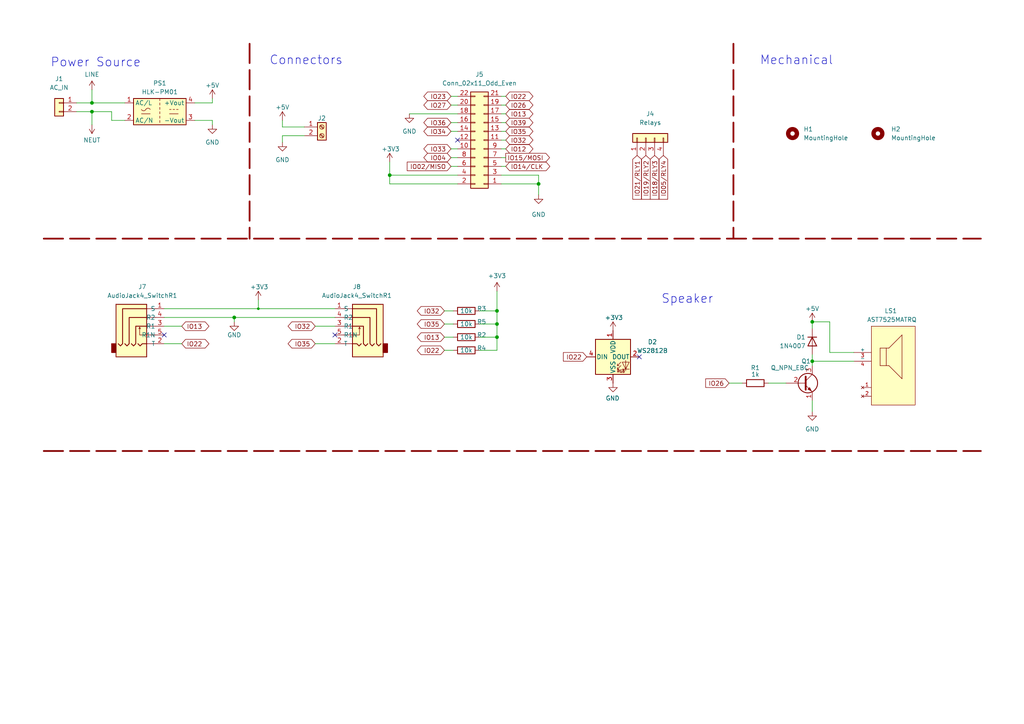
<source format=kicad_sch>
(kicad_sch (version 20211123) (generator eeschema)

  (uuid 4ebb751f-3632-4dbe-a020-08f61dbf6795)

  (paper "A4")

  (lib_symbols
    (symbol "AST7525MATRQ_1" (pin_names (offset 0)) (in_bom yes) (on_board yes)
      (property "Reference" "LS" (id 0) (at 0 10.16 0)
        (effects (font (size 1.27 1.27)) (justify left))
      )
      (property "Value" "AST7525MATRQ_1" (id 1) (at 0 12.7 0)
        (effects (font (size 1.27 1.27)) (justify left))
      )
      (property "Footprint" "reptile-monitor:Mallory_Sonalert_Products_Inc-AST7525MATRQ-0-0-MFG" (id 2) (at 0 15.24 0)
        (effects (font (size 1.27 1.27)) (justify left) hide)
      )
      (property "Datasheet" "https://www.mspindy.com/specifications/AST7525MATRQ.pdf" (id 3) (at 0 17.78 0)
        (effects (font (size 1.27 1.27)) (justify left) hide)
      )
      (property "automotive" "No" (id 4) (at 0 20.32 0)
        (effects (font (size 1.27 1.27)) (justify left) hide)
      )
      (property "category" "Speak" (id 5) (at 0 22.86 0)
        (effects (font (size 1.27 1.27)) (justify left) hide)
      )
      (property "current" "100mA" (id 6) (at 0 25.4 0)
        (effects (font (size 1.27 1.27)) (justify left) hide)
      )
      (property "device class L1" "Electromechanical" (id 7) (at 0 27.94 0)
        (effects (font (size 1.27 1.27)) (justify left) hide)
      )
      (property "device class L2" "Audio Products" (id 8) (at 0 30.48 0)
        (effects (font (size 1.27 1.27)) (justify left) hide)
      )
      (property "device class L3" "Buzzers" (id 9) (at 0 33.02 0)
        (effects (font (size 1.27 1.27)) (justify left) hide)
      )
      (property "digikey description" "AUDIO MAGNETIC XDCR 2.5-4.5V SMD" (id 10) (at 0 35.56 0)
        (effects (font (size 1.27 1.27)) (justify left) hide)
      )
      (property "digikey part number" "458-1100-1-ND" (id 11) (at 0 38.1 0)
        (effects (font (size 1.27 1.27)) (justify left) hide)
      )
      (property "frequency" "2700Hz" (id 12) (at 0 40.64 0)
        (effects (font (size 1.27 1.27)) (justify left) hide)
      )
      (property "height" "2.5mm" (id 13) (at 0 43.18 0)
        (effects (font (size 1.27 1.27)) (justify left) hide)
      )
      (property "lead free" "Yes" (id 14) (at 0 45.72 0)
        (effects (font (size 1.27 1.27)) (justify left) hide)
      )
      (property "library id" "dfbef5d1227a653f" (id 15) (at 0 48.26 0)
        (effects (font (size 1.27 1.27)) (justify left) hide)
      )
      (property "manufacturer" "Mallory Sonalert Products Inc" (id 16) (at 0 50.8 0)
        (effects (font (size 1.27 1.27)) (justify left) hide)
      )
      (property "max supply voltage" "4.5V" (id 17) (at 0 53.34 0)
        (effects (font (size 1.27 1.27)) (justify left) hide)
      )
      (property "min supply voltage" "2.5V" (id 18) (at 0 55.88 0)
        (effects (font (size 1.27 1.27)) (justify left) hide)
      )
      (property "mouser description" "Audio 2.5Vp-p 4.5Vp-p 100mA 3.6Vp-p 85dBAdBA Surface Mount Solder Pad T/R" (id 19) (at 0 58.42 0)
        (effects (font (size 1.27 1.27)) (justify left) hide)
      )
      (property "mouser part number" "539-AST7525MATRQ" (id 20) (at 0 60.96 0)
        (effects (font (size 1.27 1.27)) (justify left) hide)
      )
      (property "package" "SMT_7Mm5_7MM5" (id 21) (at 0 63.5 0)
        (effects (font (size 1.27 1.27)) (justify left) hide)
      )
      (property "rohs" "Yes" (id 22) (at 0 66.04 0)
        (effects (font (size 1.27 1.27)) (justify left) hide)
      )
      (property "temperature range high" "+70°C" (id 23) (at 0 68.58 0)
        (effects (font (size 1.27 1.27)) (justify left) hide)
      )
      (property "temperature range low" "-30°C" (id 24) (at 0 71.12 0)
        (effects (font (size 1.27 1.27)) (justify left) hide)
      )
      (symbol "AST7525MATRQ_1_1_1"
        (polyline
          (pts
            (xy 7.62 -3.81)
            (xy 10.16 -3.81)
          )
          (stroke (width 0) (type default) (color 0 0 0 0))
          (fill (type none))
        )
        (polyline
          (pts
            (xy 7.62 1.27)
            (xy 7.62 -3.81)
          )
          (stroke (width 0) (type default) (color 0 0 0 0))
          (fill (type none))
        )
        (polyline
          (pts
            (xy 7.62 1.27)
            (xy 10.16 1.27)
          )
          (stroke (width 0) (type default) (color 0 0 0 0))
          (fill (type none))
        )
        (polyline
          (pts
            (xy 9.398 1.27)
            (xy 9.398 -3.81)
          )
          (stroke (width 0) (type default) (color 0 0 0 0))
          (fill (type none))
        )
        (polyline
          (pts
            (xy 10.16 -3.81)
            (xy 13.97 -7.62)
          )
          (stroke (width 0) (type default) (color 0 0 0 0))
          (fill (type none))
        )
        (polyline
          (pts
            (xy 10.16 1.27)
            (xy 13.97 5.08)
          )
          (stroke (width 0) (type default) (color 0 0 0 0))
          (fill (type none))
        )
        (polyline
          (pts
            (xy 13.97 5.08)
            (xy 13.97 -7.62)
          )
          (stroke (width 0) (type default) (color 0 0 0 0))
          (fill (type none))
        )
        (rectangle (start 5.08 7.62) (end 17.78 -15.24)
          (stroke (width 0) (type default) (color 0 0 0 0))
          (fill (type background))
        )
        (pin no_connect line (at 2.54 -10.16 0) (length 2.54)
          (name "NC" (effects (font (size 0 0))))
          (number "1" (effects (font (size 1.016 1.016))))
        )
        (pin no_connect line (at 2.54 -12.7 0) (length 2.54)
          (name "NC" (effects (font (size 0 0))))
          (number "2" (effects (font (size 1.016 1.016))))
        )
        (pin passive line (at 0 0 0) (length 5.08)
          (name "ANODE" (effects (font (size 1 1))))
          (number "3" (effects (font (size 1.016 1.016))))
          (alternate "+" passive line)
        )
        (pin passive line (at 0 -2.54 0) (length 5.08)
          (name "CATHODE" (effects (font (size 1 1))))
          (number "4" (effects (font (size 1.016 1.016))))
          (alternate "-" passive line)
        )
      )
    )
    (symbol "Connector:Screw_Terminal_01x02" (pin_names (offset 1.016) hide) (in_bom yes) (on_board yes)
      (property "Reference" "J" (id 0) (at 0 2.54 0)
        (effects (font (size 1.27 1.27)))
      )
      (property "Value" "Screw_Terminal_01x02" (id 1) (at 0 -5.08 0)
        (effects (font (size 1.27 1.27)))
      )
      (property "Footprint" "" (id 2) (at 0 0 0)
        (effects (font (size 1.27 1.27)) hide)
      )
      (property "Datasheet" "~" (id 3) (at 0 0 0)
        (effects (font (size 1.27 1.27)) hide)
      )
      (property "ki_keywords" "screw terminal" (id 4) (at 0 0 0)
        (effects (font (size 1.27 1.27)) hide)
      )
      (property "ki_description" "Generic screw terminal, single row, 01x02, script generated (kicad-library-utils/schlib/autogen/connector/)" (id 5) (at 0 0 0)
        (effects (font (size 1.27 1.27)) hide)
      )
      (property "ki_fp_filters" "TerminalBlock*:*" (id 6) (at 0 0 0)
        (effects (font (size 1.27 1.27)) hide)
      )
      (symbol "Screw_Terminal_01x02_1_1"
        (rectangle (start -1.27 1.27) (end 1.27 -3.81)
          (stroke (width 0.254) (type default) (color 0 0 0 0))
          (fill (type background))
        )
        (circle (center 0 -2.54) (radius 0.635)
          (stroke (width 0.1524) (type default) (color 0 0 0 0))
          (fill (type none))
        )
        (polyline
          (pts
            (xy -0.5334 -2.2098)
            (xy 0.3302 -3.048)
          )
          (stroke (width 0.1524) (type default) (color 0 0 0 0))
          (fill (type none))
        )
        (polyline
          (pts
            (xy -0.5334 0.3302)
            (xy 0.3302 -0.508)
          )
          (stroke (width 0.1524) (type default) (color 0 0 0 0))
          (fill (type none))
        )
        (polyline
          (pts
            (xy -0.3556 -2.032)
            (xy 0.508 -2.8702)
          )
          (stroke (width 0.1524) (type default) (color 0 0 0 0))
          (fill (type none))
        )
        (polyline
          (pts
            (xy -0.3556 0.508)
            (xy 0.508 -0.3302)
          )
          (stroke (width 0.1524) (type default) (color 0 0 0 0))
          (fill (type none))
        )
        (circle (center 0 0) (radius 0.635)
          (stroke (width 0.1524) (type default) (color 0 0 0 0))
          (fill (type none))
        )
        (pin passive line (at -5.08 0 0) (length 3.81)
          (name "Pin_1" (effects (font (size 1.27 1.27))))
          (number "1" (effects (font (size 1.27 1.27))))
        )
        (pin passive line (at -5.08 -2.54 0) (length 3.81)
          (name "Pin_2" (effects (font (size 1.27 1.27))))
          (number "2" (effects (font (size 1.27 1.27))))
        )
      )
    )
    (symbol "Connector_Generic:Conn_01x02" (pin_names (offset 1.016) hide) (in_bom yes) (on_board yes)
      (property "Reference" "J" (id 0) (at 0 2.54 0)
        (effects (font (size 1.27 1.27)))
      )
      (property "Value" "Conn_01x02" (id 1) (at 0 -5.08 0)
        (effects (font (size 1.27 1.27)))
      )
      (property "Footprint" "" (id 2) (at 0 0 0)
        (effects (font (size 1.27 1.27)) hide)
      )
      (property "Datasheet" "~" (id 3) (at 0 0 0)
        (effects (font (size 1.27 1.27)) hide)
      )
      (property "ki_keywords" "connector" (id 4) (at 0 0 0)
        (effects (font (size 1.27 1.27)) hide)
      )
      (property "ki_description" "Generic connector, single row, 01x02, script generated (kicad-library-utils/schlib/autogen/connector/)" (id 5) (at 0 0 0)
        (effects (font (size 1.27 1.27)) hide)
      )
      (property "ki_fp_filters" "Connector*:*_1x??_*" (id 6) (at 0 0 0)
        (effects (font (size 1.27 1.27)) hide)
      )
      (symbol "Conn_01x02_1_1"
        (rectangle (start -1.27 -2.413) (end 0 -2.667)
          (stroke (width 0.1524) (type default) (color 0 0 0 0))
          (fill (type none))
        )
        (rectangle (start -1.27 0.127) (end 0 -0.127)
          (stroke (width 0.1524) (type default) (color 0 0 0 0))
          (fill (type none))
        )
        (rectangle (start -1.27 1.27) (end 1.27 -3.81)
          (stroke (width 0.254) (type default) (color 0 0 0 0))
          (fill (type background))
        )
        (pin passive line (at -5.08 0 0) (length 3.81)
          (name "Pin_1" (effects (font (size 1.27 1.27))))
          (number "1" (effects (font (size 1.27 1.27))))
        )
        (pin passive line (at -5.08 -2.54 0) (length 3.81)
          (name "Pin_2" (effects (font (size 1.27 1.27))))
          (number "2" (effects (font (size 1.27 1.27))))
        )
      )
    )
    (symbol "Connector_Generic:Conn_01x04" (pin_names (offset 1.016) hide) (in_bom yes) (on_board yes)
      (property "Reference" "J" (id 0) (at 0 5.08 0)
        (effects (font (size 1.27 1.27)))
      )
      (property "Value" "Conn_01x04" (id 1) (at 0 -7.62 0)
        (effects (font (size 1.27 1.27)))
      )
      (property "Footprint" "" (id 2) (at 0 0 0)
        (effects (font (size 1.27 1.27)) hide)
      )
      (property "Datasheet" "~" (id 3) (at 0 0 0)
        (effects (font (size 1.27 1.27)) hide)
      )
      (property "ki_keywords" "connector" (id 4) (at 0 0 0)
        (effects (font (size 1.27 1.27)) hide)
      )
      (property "ki_description" "Generic connector, single row, 01x04, script generated (kicad-library-utils/schlib/autogen/connector/)" (id 5) (at 0 0 0)
        (effects (font (size 1.27 1.27)) hide)
      )
      (property "ki_fp_filters" "Connector*:*_1x??_*" (id 6) (at 0 0 0)
        (effects (font (size 1.27 1.27)) hide)
      )
      (symbol "Conn_01x04_1_1"
        (rectangle (start -1.27 -4.953) (end 0 -5.207)
          (stroke (width 0.1524) (type default) (color 0 0 0 0))
          (fill (type none))
        )
        (rectangle (start -1.27 -2.413) (end 0 -2.667)
          (stroke (width 0.1524) (type default) (color 0 0 0 0))
          (fill (type none))
        )
        (rectangle (start -1.27 0.127) (end 0 -0.127)
          (stroke (width 0.1524) (type default) (color 0 0 0 0))
          (fill (type none))
        )
        (rectangle (start -1.27 2.667) (end 0 2.413)
          (stroke (width 0.1524) (type default) (color 0 0 0 0))
          (fill (type none))
        )
        (rectangle (start -1.27 3.81) (end 1.27 -6.35)
          (stroke (width 0.254) (type default) (color 0 0 0 0))
          (fill (type background))
        )
        (pin passive line (at -5.08 2.54 0) (length 3.81)
          (name "Pin_1" (effects (font (size 1.27 1.27))))
          (number "1" (effects (font (size 1.27 1.27))))
        )
        (pin passive line (at -5.08 0 0) (length 3.81)
          (name "Pin_2" (effects (font (size 1.27 1.27))))
          (number "2" (effects (font (size 1.27 1.27))))
        )
        (pin passive line (at -5.08 -2.54 0) (length 3.81)
          (name "Pin_3" (effects (font (size 1.27 1.27))))
          (number "3" (effects (font (size 1.27 1.27))))
        )
        (pin passive line (at -5.08 -5.08 0) (length 3.81)
          (name "Pin_4" (effects (font (size 1.27 1.27))))
          (number "4" (effects (font (size 1.27 1.27))))
        )
      )
    )
    (symbol "Connector_Generic:Conn_02x11_Odd_Even" (pin_names (offset 1.016) hide) (in_bom yes) (on_board yes)
      (property "Reference" "J" (id 0) (at 1.27 15.24 0)
        (effects (font (size 1.27 1.27)))
      )
      (property "Value" "Conn_02x11_Odd_Even" (id 1) (at 1.27 -15.24 0)
        (effects (font (size 1.27 1.27)))
      )
      (property "Footprint" "" (id 2) (at 0 0 0)
        (effects (font (size 1.27 1.27)) hide)
      )
      (property "Datasheet" "~" (id 3) (at 0 0 0)
        (effects (font (size 1.27 1.27)) hide)
      )
      (property "ki_keywords" "connector" (id 4) (at 0 0 0)
        (effects (font (size 1.27 1.27)) hide)
      )
      (property "ki_description" "Generic connector, double row, 02x11, odd/even pin numbering scheme (row 1 odd numbers, row 2 even numbers), script generated (kicad-library-utils/schlib/autogen/connector/)" (id 5) (at 0 0 0)
        (effects (font (size 1.27 1.27)) hide)
      )
      (property "ki_fp_filters" "Connector*:*_2x??_*" (id 6) (at 0 0 0)
        (effects (font (size 1.27 1.27)) hide)
      )
      (symbol "Conn_02x11_Odd_Even_1_1"
        (rectangle (start -1.27 -12.573) (end 0 -12.827)
          (stroke (width 0.1524) (type default) (color 0 0 0 0))
          (fill (type none))
        )
        (rectangle (start -1.27 -10.033) (end 0 -10.287)
          (stroke (width 0.1524) (type default) (color 0 0 0 0))
          (fill (type none))
        )
        (rectangle (start -1.27 -7.493) (end 0 -7.747)
          (stroke (width 0.1524) (type default) (color 0 0 0 0))
          (fill (type none))
        )
        (rectangle (start -1.27 -4.953) (end 0 -5.207)
          (stroke (width 0.1524) (type default) (color 0 0 0 0))
          (fill (type none))
        )
        (rectangle (start -1.27 -2.413) (end 0 -2.667)
          (stroke (width 0.1524) (type default) (color 0 0 0 0))
          (fill (type none))
        )
        (rectangle (start -1.27 0.127) (end 0 -0.127)
          (stroke (width 0.1524) (type default) (color 0 0 0 0))
          (fill (type none))
        )
        (rectangle (start -1.27 2.667) (end 0 2.413)
          (stroke (width 0.1524) (type default) (color 0 0 0 0))
          (fill (type none))
        )
        (rectangle (start -1.27 5.207) (end 0 4.953)
          (stroke (width 0.1524) (type default) (color 0 0 0 0))
          (fill (type none))
        )
        (rectangle (start -1.27 7.747) (end 0 7.493)
          (stroke (width 0.1524) (type default) (color 0 0 0 0))
          (fill (type none))
        )
        (rectangle (start -1.27 10.287) (end 0 10.033)
          (stroke (width 0.1524) (type default) (color 0 0 0 0))
          (fill (type none))
        )
        (rectangle (start -1.27 12.827) (end 0 12.573)
          (stroke (width 0.1524) (type default) (color 0 0 0 0))
          (fill (type none))
        )
        (rectangle (start -1.27 13.97) (end 3.81 -13.97)
          (stroke (width 0.254) (type default) (color 0 0 0 0))
          (fill (type background))
        )
        (rectangle (start 3.81 -12.573) (end 2.54 -12.827)
          (stroke (width 0.1524) (type default) (color 0 0 0 0))
          (fill (type none))
        )
        (rectangle (start 3.81 -10.033) (end 2.54 -10.287)
          (stroke (width 0.1524) (type default) (color 0 0 0 0))
          (fill (type none))
        )
        (rectangle (start 3.81 -7.493) (end 2.54 -7.747)
          (stroke (width 0.1524) (type default) (color 0 0 0 0))
          (fill (type none))
        )
        (rectangle (start 3.81 -4.953) (end 2.54 -5.207)
          (stroke (width 0.1524) (type default) (color 0 0 0 0))
          (fill (type none))
        )
        (rectangle (start 3.81 -2.413) (end 2.54 -2.667)
          (stroke (width 0.1524) (type default) (color 0 0 0 0))
          (fill (type none))
        )
        (rectangle (start 3.81 0.127) (end 2.54 -0.127)
          (stroke (width 0.1524) (type default) (color 0 0 0 0))
          (fill (type none))
        )
        (rectangle (start 3.81 2.667) (end 2.54 2.413)
          (stroke (width 0.1524) (type default) (color 0 0 0 0))
          (fill (type none))
        )
        (rectangle (start 3.81 5.207) (end 2.54 4.953)
          (stroke (width 0.1524) (type default) (color 0 0 0 0))
          (fill (type none))
        )
        (rectangle (start 3.81 7.747) (end 2.54 7.493)
          (stroke (width 0.1524) (type default) (color 0 0 0 0))
          (fill (type none))
        )
        (rectangle (start 3.81 10.287) (end 2.54 10.033)
          (stroke (width 0.1524) (type default) (color 0 0 0 0))
          (fill (type none))
        )
        (rectangle (start 3.81 12.827) (end 2.54 12.573)
          (stroke (width 0.1524) (type default) (color 0 0 0 0))
          (fill (type none))
        )
        (pin passive line (at -5.08 12.7 0) (length 3.81)
          (name "Pin_1" (effects (font (size 1.27 1.27))))
          (number "1" (effects (font (size 1.27 1.27))))
        )
        (pin passive line (at 7.62 2.54 180) (length 3.81)
          (name "Pin_10" (effects (font (size 1.27 1.27))))
          (number "10" (effects (font (size 1.27 1.27))))
        )
        (pin passive line (at -5.08 0 0) (length 3.81)
          (name "Pin_11" (effects (font (size 1.27 1.27))))
          (number "11" (effects (font (size 1.27 1.27))))
        )
        (pin passive line (at 7.62 0 180) (length 3.81)
          (name "Pin_12" (effects (font (size 1.27 1.27))))
          (number "12" (effects (font (size 1.27 1.27))))
        )
        (pin passive line (at -5.08 -2.54 0) (length 3.81)
          (name "Pin_13" (effects (font (size 1.27 1.27))))
          (number "13" (effects (font (size 1.27 1.27))))
        )
        (pin passive line (at 7.62 -2.54 180) (length 3.81)
          (name "Pin_14" (effects (font (size 1.27 1.27))))
          (number "14" (effects (font (size 1.27 1.27))))
        )
        (pin passive line (at -5.08 -5.08 0) (length 3.81)
          (name "Pin_15" (effects (font (size 1.27 1.27))))
          (number "15" (effects (font (size 1.27 1.27))))
        )
        (pin passive line (at 7.62 -5.08 180) (length 3.81)
          (name "Pin_16" (effects (font (size 1.27 1.27))))
          (number "16" (effects (font (size 1.27 1.27))))
        )
        (pin passive line (at -5.08 -7.62 0) (length 3.81)
          (name "Pin_17" (effects (font (size 1.27 1.27))))
          (number "17" (effects (font (size 1.27 1.27))))
        )
        (pin passive line (at 7.62 -7.62 180) (length 3.81)
          (name "Pin_18" (effects (font (size 1.27 1.27))))
          (number "18" (effects (font (size 1.27 1.27))))
        )
        (pin passive line (at -5.08 -10.16 0) (length 3.81)
          (name "Pin_19" (effects (font (size 1.27 1.27))))
          (number "19" (effects (font (size 1.27 1.27))))
        )
        (pin passive line (at 7.62 12.7 180) (length 3.81)
          (name "Pin_2" (effects (font (size 1.27 1.27))))
          (number "2" (effects (font (size 1.27 1.27))))
        )
        (pin passive line (at 7.62 -10.16 180) (length 3.81)
          (name "Pin_20" (effects (font (size 1.27 1.27))))
          (number "20" (effects (font (size 1.27 1.27))))
        )
        (pin passive line (at -5.08 -12.7 0) (length 3.81)
          (name "Pin_21" (effects (font (size 1.27 1.27))))
          (number "21" (effects (font (size 1.27 1.27))))
        )
        (pin passive line (at 7.62 -12.7 180) (length 3.81)
          (name "Pin_22" (effects (font (size 1.27 1.27))))
          (number "22" (effects (font (size 1.27 1.27))))
        )
        (pin passive line (at -5.08 10.16 0) (length 3.81)
          (name "Pin_3" (effects (font (size 1.27 1.27))))
          (number "3" (effects (font (size 1.27 1.27))))
        )
        (pin passive line (at 7.62 10.16 180) (length 3.81)
          (name "Pin_4" (effects (font (size 1.27 1.27))))
          (number "4" (effects (font (size 1.27 1.27))))
        )
        (pin passive line (at -5.08 7.62 0) (length 3.81)
          (name "Pin_5" (effects (font (size 1.27 1.27))))
          (number "5" (effects (font (size 1.27 1.27))))
        )
        (pin passive line (at 7.62 7.62 180) (length 3.81)
          (name "Pin_6" (effects (font (size 1.27 1.27))))
          (number "6" (effects (font (size 1.27 1.27))))
        )
        (pin passive line (at -5.08 5.08 0) (length 3.81)
          (name "Pin_7" (effects (font (size 1.27 1.27))))
          (number "7" (effects (font (size 1.27 1.27))))
        )
        (pin passive line (at 7.62 5.08 180) (length 3.81)
          (name "Pin_8" (effects (font (size 1.27 1.27))))
          (number "8" (effects (font (size 1.27 1.27))))
        )
        (pin passive line (at -5.08 2.54 0) (length 3.81)
          (name "Pin_9" (effects (font (size 1.27 1.27))))
          (number "9" (effects (font (size 1.27 1.27))))
        )
      )
    )
    (symbol "Converter_ACDC:HLK-PM01" (in_bom yes) (on_board yes)
      (property "Reference" "PS1" (id 0) (at 0 8.255 0)
        (effects (font (size 1.27 1.27)))
      )
      (property "Value" "HLK-PM01" (id 1) (at 0 5.715 0)
        (effects (font (size 1.27 1.27)))
      )
      (property "Footprint" "Converter_ACDC:Converter_ACDC_HiLink_HLK-PMxx" (id 2) (at 0 -7.62 0)
        (effects (font (size 1.27 1.27)) hide)
      )
      (property "Datasheet" "http://www.hlktech.net/product_detail.php?ProId=54" (id 3) (at 10.16 -8.89 0)
        (effects (font (size 1.27 1.27)) hide)
      )
      (property "ki_keywords" "AC/DC module power supply" (id 4) (at 0 0 0)
        (effects (font (size 1.27 1.27)) hide)
      )
      (property "ki_description" "Compact AC/DC board mount power module 3W 5V" (id 5) (at 0 0 0)
        (effects (font (size 1.27 1.27)) hide)
      )
      (property "ki_fp_filters" "Converter*ACDC*HiLink*HLK?PM*" (id 6) (at 0 0 0)
        (effects (font (size 1.27 1.27)) hide)
      )
      (symbol "HLK-PM01_0_1"
        (rectangle (start -7.62 3.81) (end 7.62 -3.81)
          (stroke (width 0.254) (type default) (color 0 0 0 0))
          (fill (type background))
        )
        (arc (start -5.334 0.635) (mid -4.699 0.2495) (end -4.064 0.635)
          (stroke (width 0) (type default) (color 0 0 0 0))
          (fill (type none))
        )
        (arc (start -2.794 0.635) (mid -3.429 1.0072) (end -4.064 0.635)
          (stroke (width 0) (type default) (color 0 0 0 0))
          (fill (type none))
        )
        (polyline
          (pts
            (xy -5.334 -0.635)
            (xy -2.794 -0.635)
          )
          (stroke (width 0) (type default) (color 0 0 0 0))
          (fill (type none))
        )
        (polyline
          (pts
            (xy 0 -2.54)
            (xy 0 -3.175)
          )
          (stroke (width 0) (type default) (color 0 0 0 0))
          (fill (type none))
        )
        (polyline
          (pts
            (xy 0 -1.27)
            (xy 0 -1.905)
          )
          (stroke (width 0) (type default) (color 0 0 0 0))
          (fill (type none))
        )
        (polyline
          (pts
            (xy 0 0)
            (xy 0 -0.635)
          )
          (stroke (width 0) (type default) (color 0 0 0 0))
          (fill (type none))
        )
        (polyline
          (pts
            (xy 0 1.27)
            (xy 0 0.635)
          )
          (stroke (width 0) (type default) (color 0 0 0 0))
          (fill (type none))
        )
        (polyline
          (pts
            (xy 0 2.54)
            (xy 0 1.905)
          )
          (stroke (width 0) (type default) (color 0 0 0 0))
          (fill (type none))
        )
        (polyline
          (pts
            (xy 0 3.81)
            (xy 0 3.175)
          )
          (stroke (width 0) (type default) (color 0 0 0 0))
          (fill (type none))
        )
        (polyline
          (pts
            (xy 2.794 -0.635)
            (xy 5.334 -0.635)
          )
          (stroke (width 0) (type default) (color 0 0 0 0))
          (fill (type none))
        )
        (polyline
          (pts
            (xy 2.794 0.635)
            (xy 3.302 0.635)
          )
          (stroke (width 0) (type default) (color 0 0 0 0))
          (fill (type none))
        )
        (polyline
          (pts
            (xy 3.81 0.635)
            (xy 4.318 0.635)
          )
          (stroke (width 0) (type default) (color 0 0 0 0))
          (fill (type none))
        )
        (polyline
          (pts
            (xy 4.826 0.635)
            (xy 5.334 0.635)
          )
          (stroke (width 0) (type default) (color 0 0 0 0))
          (fill (type none))
        )
      )
      (symbol "HLK-PM01_1_1"
        (pin power_in line (at -10.16 2.54 0) (length 2.54)
          (name "AC/L" (effects (font (size 1.27 1.27))))
          (number "1" (effects (font (size 1.27 1.27))))
        )
        (pin power_in line (at -10.16 -2.54 0) (length 2.54)
          (name "AC/N" (effects (font (size 1.27 1.27))))
          (number "2" (effects (font (size 1.27 1.27))))
        )
        (pin passive line (at 10.16 -2.54 180) (length 2.54)
          (name "-Vout" (effects (font (size 1.27 1.27))))
          (number "3" (effects (font (size 1.27 1.27))))
        )
        (pin power_out line (at 10.16 2.54 180) (length 2.54)
          (name "+Vout" (effects (font (size 1.27 1.27))))
          (number "4" (effects (font (size 1.27 1.27))))
        )
      )
    )
    (symbol "Device:Q_NPN_EBC" (pin_names (offset 0) hide) (in_bom yes) (on_board yes)
      (property "Reference" "Q" (id 0) (at 5.08 1.27 0)
        (effects (font (size 1.27 1.27)) (justify left))
      )
      (property "Value" "Q_NPN_EBC" (id 1) (at 5.08 -1.27 0)
        (effects (font (size 1.27 1.27)) (justify left))
      )
      (property "Footprint" "" (id 2) (at 5.08 2.54 0)
        (effects (font (size 1.27 1.27)) hide)
      )
      (property "Datasheet" "~" (id 3) (at 0 0 0)
        (effects (font (size 1.27 1.27)) hide)
      )
      (property "ki_keywords" "transistor NPN" (id 4) (at 0 0 0)
        (effects (font (size 1.27 1.27)) hide)
      )
      (property "ki_description" "NPN transistor, emitter/base/collector" (id 5) (at 0 0 0)
        (effects (font (size 1.27 1.27)) hide)
      )
      (symbol "Q_NPN_EBC_0_1"
        (polyline
          (pts
            (xy 0.635 0.635)
            (xy 2.54 2.54)
          )
          (stroke (width 0) (type default) (color 0 0 0 0))
          (fill (type none))
        )
        (polyline
          (pts
            (xy 0.635 -0.635)
            (xy 2.54 -2.54)
            (xy 2.54 -2.54)
          )
          (stroke (width 0) (type default) (color 0 0 0 0))
          (fill (type none))
        )
        (polyline
          (pts
            (xy 0.635 1.905)
            (xy 0.635 -1.905)
            (xy 0.635 -1.905)
          )
          (stroke (width 0.508) (type default) (color 0 0 0 0))
          (fill (type none))
        )
        (polyline
          (pts
            (xy 1.27 -1.778)
            (xy 1.778 -1.27)
            (xy 2.286 -2.286)
            (xy 1.27 -1.778)
            (xy 1.27 -1.778)
          )
          (stroke (width 0) (type default) (color 0 0 0 0))
          (fill (type outline))
        )
        (circle (center 1.27 0) (radius 2.8194)
          (stroke (width 0.254) (type default) (color 0 0 0 0))
          (fill (type none))
        )
      )
      (symbol "Q_NPN_EBC_1_1"
        (pin passive line (at 2.54 -5.08 90) (length 2.54)
          (name "E" (effects (font (size 1.27 1.27))))
          (number "1" (effects (font (size 1.27 1.27))))
        )
        (pin passive line (at -5.08 0 0) (length 5.715)
          (name "B" (effects (font (size 1.27 1.27))))
          (number "2" (effects (font (size 1.27 1.27))))
        )
        (pin passive line (at 2.54 5.08 270) (length 2.54)
          (name "C" (effects (font (size 1.27 1.27))))
          (number "3" (effects (font (size 1.27 1.27))))
        )
      )
    )
    (symbol "Device:R" (pin_numbers hide) (pin_names (offset 0)) (in_bom yes) (on_board yes)
      (property "Reference" "R" (id 0) (at 2.032 0 90)
        (effects (font (size 1.27 1.27)))
      )
      (property "Value" "R" (id 1) (at 0 0 90)
        (effects (font (size 1.27 1.27)))
      )
      (property "Footprint" "" (id 2) (at -1.778 0 90)
        (effects (font (size 1.27 1.27)) hide)
      )
      (property "Datasheet" "~" (id 3) (at 0 0 0)
        (effects (font (size 1.27 1.27)) hide)
      )
      (property "ki_keywords" "R res resistor" (id 4) (at 0 0 0)
        (effects (font (size 1.27 1.27)) hide)
      )
      (property "ki_description" "Resistor" (id 5) (at 0 0 0)
        (effects (font (size 1.27 1.27)) hide)
      )
      (property "ki_fp_filters" "R_*" (id 6) (at 0 0 0)
        (effects (font (size 1.27 1.27)) hide)
      )
      (symbol "R_0_1"
        (rectangle (start -1.016 -2.54) (end 1.016 2.54)
          (stroke (width 0.254) (type default) (color 0 0 0 0))
          (fill (type none))
        )
      )
      (symbol "R_1_1"
        (pin passive line (at 0 3.81 270) (length 1.27)
          (name "~" (effects (font (size 1.27 1.27))))
          (number "1" (effects (font (size 1.27 1.27))))
        )
        (pin passive line (at 0 -3.81 90) (length 1.27)
          (name "~" (effects (font (size 1.27 1.27))))
          (number "2" (effects (font (size 1.27 1.27))))
        )
      )
    )
    (symbol "Diode:1N4007" (pin_numbers hide) (pin_names (offset 1.016) hide) (in_bom yes) (on_board yes)
      (property "Reference" "D" (id 0) (at 0 2.54 0)
        (effects (font (size 1.27 1.27)))
      )
      (property "Value" "1N4007" (id 1) (at 0 -2.54 0)
        (effects (font (size 1.27 1.27)))
      )
      (property "Footprint" "Diode_THT:D_DO-41_SOD81_P10.16mm_Horizontal" (id 2) (at 0 -4.445 0)
        (effects (font (size 1.27 1.27)) hide)
      )
      (property "Datasheet" "http://www.vishay.com/docs/88503/1n4001.pdf" (id 3) (at 0 0 0)
        (effects (font (size 1.27 1.27)) hide)
      )
      (property "ki_keywords" "diode" (id 4) (at 0 0 0)
        (effects (font (size 1.27 1.27)) hide)
      )
      (property "ki_description" "1000V 1A General Purpose Rectifier Diode, DO-41" (id 5) (at 0 0 0)
        (effects (font (size 1.27 1.27)) hide)
      )
      (property "ki_fp_filters" "D*DO?41*" (id 6) (at 0 0 0)
        (effects (font (size 1.27 1.27)) hide)
      )
      (symbol "1N4007_0_1"
        (polyline
          (pts
            (xy -1.27 1.27)
            (xy -1.27 -1.27)
          )
          (stroke (width 0.254) (type default) (color 0 0 0 0))
          (fill (type none))
        )
        (polyline
          (pts
            (xy 1.27 0)
            (xy -1.27 0)
          )
          (stroke (width 0) (type default) (color 0 0 0 0))
          (fill (type none))
        )
        (polyline
          (pts
            (xy 1.27 1.27)
            (xy 1.27 -1.27)
            (xy -1.27 0)
            (xy 1.27 1.27)
          )
          (stroke (width 0.254) (type default) (color 0 0 0 0))
          (fill (type none))
        )
      )
      (symbol "1N4007_1_1"
        (pin passive line (at -3.81 0 0) (length 2.54)
          (name "K" (effects (font (size 1.27 1.27))))
          (number "1" (effects (font (size 1.27 1.27))))
        )
        (pin passive line (at 3.81 0 180) (length 2.54)
          (name "A" (effects (font (size 1.27 1.27))))
          (number "2" (effects (font (size 1.27 1.27))))
        )
      )
    )
    (symbol "LED:WS2812B" (pin_names (offset 0.254)) (in_bom yes) (on_board yes)
      (property "Reference" "D" (id 0) (at 5.08 5.715 0)
        (effects (font (size 1.27 1.27)) (justify right bottom))
      )
      (property "Value" "WS2812B" (id 1) (at 1.27 -5.715 0)
        (effects (font (size 1.27 1.27)) (justify left top))
      )
      (property "Footprint" "LED_SMD:LED_WS2812B_PLCC4_5.0x5.0mm_P3.2mm" (id 2) (at 1.27 -7.62 0)
        (effects (font (size 1.27 1.27)) (justify left top) hide)
      )
      (property "Datasheet" "https://cdn-shop.adafruit.com/datasheets/WS2812B.pdf" (id 3) (at 2.54 -9.525 0)
        (effects (font (size 1.27 1.27)) (justify left top) hide)
      )
      (property "ki_keywords" "RGB LED NeoPixel addressable" (id 4) (at 0 0 0)
        (effects (font (size 1.27 1.27)) hide)
      )
      (property "ki_description" "RGB LED with integrated controller" (id 5) (at 0 0 0)
        (effects (font (size 1.27 1.27)) hide)
      )
      (property "ki_fp_filters" "LED*WS2812*PLCC*5.0x5.0mm*P3.2mm*" (id 6) (at 0 0 0)
        (effects (font (size 1.27 1.27)) hide)
      )
      (symbol "WS2812B_0_0"
        (text "RGB" (at 2.286 -4.191 0)
          (effects (font (size 0.762 0.762)))
        )
      )
      (symbol "WS2812B_0_1"
        (polyline
          (pts
            (xy 1.27 -3.556)
            (xy 1.778 -3.556)
          )
          (stroke (width 0) (type default) (color 0 0 0 0))
          (fill (type none))
        )
        (polyline
          (pts
            (xy 1.27 -2.54)
            (xy 1.778 -2.54)
          )
          (stroke (width 0) (type default) (color 0 0 0 0))
          (fill (type none))
        )
        (polyline
          (pts
            (xy 4.699 -3.556)
            (xy 2.667 -3.556)
          )
          (stroke (width 0) (type default) (color 0 0 0 0))
          (fill (type none))
        )
        (polyline
          (pts
            (xy 2.286 -2.54)
            (xy 1.27 -3.556)
            (xy 1.27 -3.048)
          )
          (stroke (width 0) (type default) (color 0 0 0 0))
          (fill (type none))
        )
        (polyline
          (pts
            (xy 2.286 -1.524)
            (xy 1.27 -2.54)
            (xy 1.27 -2.032)
          )
          (stroke (width 0) (type default) (color 0 0 0 0))
          (fill (type none))
        )
        (polyline
          (pts
            (xy 3.683 -1.016)
            (xy 3.683 -3.556)
            (xy 3.683 -4.064)
          )
          (stroke (width 0) (type default) (color 0 0 0 0))
          (fill (type none))
        )
        (polyline
          (pts
            (xy 4.699 -1.524)
            (xy 2.667 -1.524)
            (xy 3.683 -3.556)
            (xy 4.699 -1.524)
          )
          (stroke (width 0) (type default) (color 0 0 0 0))
          (fill (type none))
        )
        (rectangle (start 5.08 5.08) (end -5.08 -5.08)
          (stroke (width 0.254) (type default) (color 0 0 0 0))
          (fill (type background))
        )
      )
      (symbol "WS2812B_1_1"
        (pin power_in line (at 0 7.62 270) (length 2.54)
          (name "VDD" (effects (font (size 1.27 1.27))))
          (number "1" (effects (font (size 1.27 1.27))))
        )
        (pin output line (at 7.62 0 180) (length 2.54)
          (name "DOUT" (effects (font (size 1.27 1.27))))
          (number "2" (effects (font (size 1.27 1.27))))
        )
        (pin power_in line (at 0 -7.62 90) (length 2.54)
          (name "VSS" (effects (font (size 1.27 1.27))))
          (number "3" (effects (font (size 1.27 1.27))))
        )
        (pin input line (at -7.62 0 0) (length 2.54)
          (name "DIN" (effects (font (size 1.27 1.27))))
          (number "4" (effects (font (size 1.27 1.27))))
        )
      )
    )
    (symbol "Mechanical:MountingHole" (pin_names (offset 1.016)) (in_bom yes) (on_board yes)
      (property "Reference" "H" (id 0) (at 0 5.08 0)
        (effects (font (size 1.27 1.27)))
      )
      (property "Value" "MountingHole" (id 1) (at 0 3.175 0)
        (effects (font (size 1.27 1.27)))
      )
      (property "Footprint" "" (id 2) (at 0 0 0)
        (effects (font (size 1.27 1.27)) hide)
      )
      (property "Datasheet" "~" (id 3) (at 0 0 0)
        (effects (font (size 1.27 1.27)) hide)
      )
      (property "ki_keywords" "mounting hole" (id 4) (at 0 0 0)
        (effects (font (size 1.27 1.27)) hide)
      )
      (property "ki_description" "Mounting Hole without connection" (id 5) (at 0 0 0)
        (effects (font (size 1.27 1.27)) hide)
      )
      (property "ki_fp_filters" "MountingHole*" (id 6) (at 0 0 0)
        (effects (font (size 1.27 1.27)) hide)
      )
      (symbol "MountingHole_0_1"
        (circle (center 0 0) (radius 1.27)
          (stroke (width 1.27) (type default) (color 0 0 0 0))
          (fill (type none))
        )
      )
    )
    (symbol "power1:+3V3" (power) (pin_names (offset 0)) (in_bom yes) (on_board yes)
      (property "Reference" "#PWR" (id 0) (at 0 -3.81 0)
        (effects (font (size 1.27 1.27)) hide)
      )
      (property "Value" "+3V3" (id 1) (at 0 3.556 0)
        (effects (font (size 1.27 1.27)))
      )
      (property "Footprint" "" (id 2) (at 0 0 0)
        (effects (font (size 1.27 1.27)) hide)
      )
      (property "Datasheet" "" (id 3) (at 0 0 0)
        (effects (font (size 1.27 1.27)) hide)
      )
      (property "ki_keywords" "power-flag" (id 4) (at 0 0 0)
        (effects (font (size 1.27 1.27)) hide)
      )
      (property "ki_description" "Power symbol creates a global label with name \"+3V3\"" (id 5) (at 0 0 0)
        (effects (font (size 1.27 1.27)) hide)
      )
      (symbol "+3V3_0_1"
        (polyline
          (pts
            (xy -0.762 1.27)
            (xy 0 2.54)
          )
          (stroke (width 0) (type default) (color 0 0 0 0))
          (fill (type none))
        )
        (polyline
          (pts
            (xy 0 0)
            (xy 0 2.54)
          )
          (stroke (width 0) (type default) (color 0 0 0 0))
          (fill (type none))
        )
        (polyline
          (pts
            (xy 0 2.54)
            (xy 0.762 1.27)
          )
          (stroke (width 0) (type default) (color 0 0 0 0))
          (fill (type none))
        )
      )
      (symbol "+3V3_1_1"
        (pin power_in line (at 0 0 90) (length 0) hide
          (name "+3V3" (effects (font (size 1.27 1.27))))
          (number "1" (effects (font (size 1.27 1.27))))
          (alternate "+3V3-OUT" power_out line)
        )
      )
    )
    (symbol "power1:GND" (power) (pin_names (offset 0)) (in_bom yes) (on_board yes)
      (property "Reference" "#PWR" (id 0) (at 0 -6.35 0)
        (effects (font (size 1.27 1.27)) hide)
      )
      (property "Value" "GND" (id 1) (at 0 -3.81 0)
        (effects (font (size 1.27 1.27)))
      )
      (property "Footprint" "" (id 2) (at 0 0 0)
        (effects (font (size 1.27 1.27)) hide)
      )
      (property "Datasheet" "" (id 3) (at 0 0 0)
        (effects (font (size 1.27 1.27)) hide)
      )
      (property "ki_keywords" "power-flag" (id 4) (at 0 0 0)
        (effects (font (size 1.27 1.27)) hide)
      )
      (property "ki_description" "Power symbol creates a global label with name \"GND\" , ground" (id 5) (at 0 0 0)
        (effects (font (size 1.27 1.27)) hide)
      )
      (symbol "GND_0_1"
        (polyline
          (pts
            (xy 0 0)
            (xy 0 -1.27)
            (xy 1.27 -1.27)
            (xy 0 -2.54)
            (xy -1.27 -1.27)
            (xy 0 -1.27)
          )
          (stroke (width 0) (type default) (color 0 0 0 0))
          (fill (type none))
        )
      )
      (symbol "GND_1_1"
        (pin power_in line (at 0 0 270) (length 0) hide
          (name "GND" (effects (font (size 1.27 1.27))))
          (number "1" (effects (font (size 1.27 1.27))))
          (alternate "GND-OUT" power_out line)
        )
      )
    )
    (symbol "power:+5V" (power) (pin_names (offset 0)) (in_bom yes) (on_board yes)
      (property "Reference" "#PWR" (id 0) (at 0 -3.81 0)
        (effects (font (size 1.27 1.27)) hide)
      )
      (property "Value" "+5V" (id 1) (at 0 3.556 0)
        (effects (font (size 1.27 1.27)))
      )
      (property "Footprint" "" (id 2) (at 0 0 0)
        (effects (font (size 1.27 1.27)) hide)
      )
      (property "Datasheet" "" (id 3) (at 0 0 0)
        (effects (font (size 1.27 1.27)) hide)
      )
      (property "ki_keywords" "power-flag" (id 4) (at 0 0 0)
        (effects (font (size 1.27 1.27)) hide)
      )
      (property "ki_description" "Power symbol creates a global label with name \"+5V\"" (id 5) (at 0 0 0)
        (effects (font (size 1.27 1.27)) hide)
      )
      (symbol "+5V_0_1"
        (polyline
          (pts
            (xy -0.762 1.27)
            (xy 0 2.54)
          )
          (stroke (width 0) (type default) (color 0 0 0 0))
          (fill (type none))
        )
        (polyline
          (pts
            (xy 0 0)
            (xy 0 2.54)
          )
          (stroke (width 0) (type default) (color 0 0 0 0))
          (fill (type none))
        )
        (polyline
          (pts
            (xy 0 2.54)
            (xy 0.762 1.27)
          )
          (stroke (width 0) (type default) (color 0 0 0 0))
          (fill (type none))
        )
      )
      (symbol "+5V_1_1"
        (pin power_in line (at 0 0 90) (length 0) hide
          (name "+5V" (effects (font (size 1.27 1.27))))
          (number "1" (effects (font (size 1.27 1.27))))
        )
      )
    )
    (symbol "power:GND" (power) (pin_names (offset 0)) (in_bom yes) (on_board yes)
      (property "Reference" "#PWR" (id 0) (at 0 -6.35 0)
        (effects (font (size 1.27 1.27)) hide)
      )
      (property "Value" "GND" (id 1) (at 0 -3.81 0)
        (effects (font (size 1.27 1.27)))
      )
      (property "Footprint" "" (id 2) (at 0 0 0)
        (effects (font (size 1.27 1.27)) hide)
      )
      (property "Datasheet" "" (id 3) (at 0 0 0)
        (effects (font (size 1.27 1.27)) hide)
      )
      (property "ki_keywords" "power-flag" (id 4) (at 0 0 0)
        (effects (font (size 1.27 1.27)) hide)
      )
      (property "ki_description" "Power symbol creates a global label with name \"GND\" , ground" (id 5) (at 0 0 0)
        (effects (font (size 1.27 1.27)) hide)
      )
      (symbol "GND_0_1"
        (polyline
          (pts
            (xy 0 0)
            (xy 0 -1.27)
            (xy 1.27 -1.27)
            (xy 0 -2.54)
            (xy -1.27 -1.27)
            (xy 0 -1.27)
          )
          (stroke (width 0) (type default) (color 0 0 0 0))
          (fill (type none))
        )
      )
      (symbol "GND_1_1"
        (pin power_in line (at 0 0 270) (length 0) hide
          (name "GND" (effects (font (size 1.27 1.27))))
          (number "1" (effects (font (size 1.27 1.27))))
        )
      )
    )
    (symbol "power:LINE" (power) (pin_names (offset 0)) (in_bom yes) (on_board yes)
      (property "Reference" "#PWR" (id 0) (at 0 -3.81 0)
        (effects (font (size 1.27 1.27)) hide)
      )
      (property "Value" "LINE" (id 1) (at 0 3.81 0)
        (effects (font (size 1.27 1.27)))
      )
      (property "Footprint" "" (id 2) (at 0 0 0)
        (effects (font (size 1.27 1.27)) hide)
      )
      (property "Datasheet" "" (id 3) (at 0 0 0)
        (effects (font (size 1.27 1.27)) hide)
      )
      (property "ki_keywords" "power-flag" (id 4) (at 0 0 0)
        (effects (font (size 1.27 1.27)) hide)
      )
      (property "ki_description" "Power symbol creates a global label with name \"LINE\"" (id 5) (at 0 0 0)
        (effects (font (size 1.27 1.27)) hide)
      )
      (symbol "LINE_0_1"
        (polyline
          (pts
            (xy -0.762 1.27)
            (xy 0 2.54)
          )
          (stroke (width 0) (type default) (color 0 0 0 0))
          (fill (type none))
        )
        (polyline
          (pts
            (xy 0 0)
            (xy 0 2.54)
          )
          (stroke (width 0) (type default) (color 0 0 0 0))
          (fill (type none))
        )
        (polyline
          (pts
            (xy 0 2.54)
            (xy 0.762 1.27)
          )
          (stroke (width 0) (type default) (color 0 0 0 0))
          (fill (type none))
        )
      )
      (symbol "LINE_1_1"
        (pin power_in line (at 0 0 90) (length 0) hide
          (name "LINE" (effects (font (size 1.27 1.27))))
          (number "1" (effects (font (size 1.27 1.27))))
        )
      )
    )
    (symbol "power:NEUT" (power) (pin_names (offset 0)) (in_bom yes) (on_board yes)
      (property "Reference" "#PWR" (id 0) (at 0 -3.81 0)
        (effects (font (size 1.27 1.27)) hide)
      )
      (property "Value" "NEUT" (id 1) (at 0 3.81 0)
        (effects (font (size 1.27 1.27)))
      )
      (property "Footprint" "" (id 2) (at 0 0 0)
        (effects (font (size 1.27 1.27)) hide)
      )
      (property "Datasheet" "" (id 3) (at 0 0 0)
        (effects (font (size 1.27 1.27)) hide)
      )
      (property "ki_keywords" "power-flag" (id 4) (at 0 0 0)
        (effects (font (size 1.27 1.27)) hide)
      )
      (property "ki_description" "Power symbol creates a global label with name \"NEUT\"" (id 5) (at 0 0 0)
        (effects (font (size 1.27 1.27)) hide)
      )
      (symbol "NEUT_0_1"
        (polyline
          (pts
            (xy -0.762 1.27)
            (xy 0 2.54)
          )
          (stroke (width 0) (type default) (color 0 0 0 0))
          (fill (type none))
        )
        (polyline
          (pts
            (xy 0 0)
            (xy 0 2.54)
          )
          (stroke (width 0) (type default) (color 0 0 0 0))
          (fill (type none))
        )
        (polyline
          (pts
            (xy 0 2.54)
            (xy 0.762 1.27)
          )
          (stroke (width 0) (type default) (color 0 0 0 0))
          (fill (type none))
        )
      )
      (symbol "NEUT_1_1"
        (pin power_in line (at 0 0 90) (length 0) hide
          (name "NEUT" (effects (font (size 1.27 1.27))))
          (number "1" (effects (font (size 1.27 1.27))))
        )
      )
    )
    (symbol "reptile-monitor:AudioJack4_SwitchR1" (pin_names (offset 0.002)) (in_bom yes) (on_board yes)
      (property "Reference" "J" (id 0) (at 0 11.43 0)
        (effects (font (size 1.27 1.27)))
      )
      (property "Value" "AudioJack4_SwitchR1" (id 1) (at 0 8.89 0)
        (effects (font (size 1.27 1.27)))
      )
      (property "Footprint" "reptile-monitor:Korean Hroparts Elec PJ-227-5A" (id 2) (at 0 -13.97 0)
        (effects (font (size 1.27 1.27)) hide)
      )
      (property "Datasheet" "https://datasheet.lcsc.com/lcsc/1810121720_Korean-Hroparts-Elec-PJ-227-5A_C145819.pdf" (id 3) (at 0 -11.43 0)
        (effects (font (size 1.27 1.27)) hide)
      )
      (property "LCSC Part" "C145819" (id 4) (at 0 -16.51 0)
        (effects (font (size 1.27 1.27)) hide)
      )
      (property "ki_keywords" "audio jack receptacle stereo headphones phones TRS connector" (id 5) (at 0 0 0)
        (effects (font (size 1.27 1.27)) hide)
      )
      (property "ki_description" "Korean Hroparts Elec PJ-227-5A - Audio Jack, 4 Poles (Stereo / TRRS), Switched R1 Poles (Normalling)" (id 6) (at 0 0 0)
        (effects (font (size 1.27 1.27)) hide)
      )
      (property "ki_fp_filters" "Jack*" (id 7) (at 0 0 0)
        (effects (font (size 1.27 1.27)) hide)
      )
      (symbol "AudioJack4_SwitchR1_0_1"
        (rectangle (start -7.62 -5.08) (end -8.89 -7.62)
          (stroke (width 0.254) (type default) (color 0 0 0 0))
          (fill (type outline))
        )
        (rectangle (start -7.62 6.35) (end 1.27 -8.89)
          (stroke (width 0.254) (type default) (color 0 0 0 0))
          (fill (type background))
        )
        (polyline
          (pts
            (xy 1.27 -5.08)
            (xy 3.81 -5.08)
          )
          (stroke (width 0) (type default) (color 0 0 0 0))
          (fill (type none))
        )
        (polyline
          (pts
            (xy 1.27 2.54)
            (xy 3.81 2.54)
          )
          (stroke (width 0) (type default) (color 0 0 0 0))
          (fill (type none))
        )
        (polyline
          (pts
            (xy 3.81 0)
            (xy 1.27 0)
          )
          (stroke (width 0) (type default) (color 0 0 0 0))
          (fill (type none))
        )
        (polyline
          (pts
            (xy 3.81 5.08)
            (xy 1.27 5.08)
          )
          (stroke (width 0) (type default) (color 0 0 0 0))
          (fill (type none))
        )
      )
      (symbol "AudioJack4_SwitchR1_1_1"
        (polyline
          (pts
            (xy -0.762 -0.254)
            (xy -0.508 -0.762)
          )
          (stroke (width 0) (type default) (color 0 0 0 0))
          (fill (type none))
        )
        (polyline
          (pts
            (xy -1.27 -5.08)
            (xy -0.635 -5.715)
            (xy 0 -5.08)
            (xy 1.27 -5.08)
          )
          (stroke (width 0.254) (type default) (color 0 0 0 0))
          (fill (type none))
        )
        (polyline
          (pts
            (xy 3.81 -2.54)
            (xy -0.762 -2.54)
            (xy -0.762 -0.254)
            (xy -1.016 -0.762)
          )
          (stroke (width 0) (type default) (color 0 0 0 0))
          (fill (type none))
        )
        (polyline
          (pts
            (xy -3.175 -5.08)
            (xy -2.54 -5.715)
            (xy -1.905 -5.08)
            (xy -1.905 0)
            (xy 1.27 0)
          )
          (stroke (width 0.254) (type default) (color 0 0 0 0))
          (fill (type none))
        )
        (polyline
          (pts
            (xy 1.27 2.54)
            (xy -3.81 2.54)
            (xy -3.81 -5.08)
            (xy -4.445 -5.715)
            (xy -5.08 -5.08)
          )
          (stroke (width 0.254) (type default) (color 0 0 0 0))
          (fill (type none))
        )
        (polyline
          (pts
            (xy 1.27 5.08)
            (xy -5.715 5.08)
            (xy -5.715 -5.08)
            (xy -6.35 -5.715)
            (xy -6.985 -5.08)
          )
          (stroke (width 0.254) (type default) (color 0 0 0 0))
          (fill (type none))
        )
        (pin passive line (at 6.35 5.08 180) (length 2.54)
          (name "S" (effects (font (size 1.27 1.27))))
          (number "1" (effects (font (size 1.27 1.27))))
        )
        (pin passive line (at 6.35 -5.08 180) (length 2.54)
          (name "T" (effects (font (size 1.27 1.27))))
          (number "2" (effects (font (size 1.27 1.27))))
        )
        (pin passive line (at 6.35 0 180) (length 2.54)
          (name "R1" (effects (font (size 1.27 1.27))))
          (number "3" (effects (font (size 1.27 1.27))))
        )
        (pin passive line (at 6.35 2.54 180) (length 2.54)
          (name "R2" (effects (font (size 1.27 1.27))))
          (number "4" (effects (font (size 1.27 1.27))))
        )
        (pin passive line (at 6.35 -2.54 180) (length 2.54)
          (name "R1N" (effects (font (size 1.27 1.27))))
          (number "5" (effects (font (size 1.27 1.27))))
        )
      )
    )
  )

  (junction (at 113.03 50.8) (diameter 0) (color 0 0 0 0)
    (uuid 10989b62-8a1e-49b4-8c5f-f10e217a876d)
  )
  (junction (at 235.585 93.345) (diameter 0) (color 0 0 0 0)
    (uuid 2d08793d-b0ac-447c-8fc3-f604ea3d3071)
  )
  (junction (at 144.145 97.79) (diameter 0) (color 0 0 0 0)
    (uuid 760e222a-535d-4a3a-929c-8dc1baef93f5)
  )
  (junction (at 74.93 89.535) (diameter 0.6096) (color 0 0 0 0)
    (uuid 8fad1efe-7043-4233-ae28-6033b4e6a648)
  )
  (junction (at 144.145 90.17) (diameter 0) (color 0 0 0 0)
    (uuid 9a2e5261-6ae6-4c55-87cd-b5c288c09611)
  )
  (junction (at 156.21 53.34) (diameter 0) (color 0 0 0 0)
    (uuid a623b502-07eb-457a-8a53-99302b70d988)
  )
  (junction (at 26.67 32.385) (diameter 0) (color 0 0 0 0)
    (uuid b037b5f1-7f13-40e7-86e9-6bd9f3e04644)
  )
  (junction (at 67.945 92.075) (diameter 0) (color 0 0 0 0)
    (uuid b7f7f0b9-695b-4c82-8d57-6bd294f40a4e)
  )
  (junction (at 144.145 93.98) (diameter 0) (color 0 0 0 0)
    (uuid baf4f3f2-c4d8-4170-b79a-27b532cf6918)
  )
  (junction (at 235.585 104.775) (diameter 0) (color 0 0 0 0)
    (uuid c0609ab6-f492-4deb-8d73-8e30a1ec6d9e)
  )
  (junction (at 26.67 29.845) (diameter 0.9144) (color 0 0 0 0)
    (uuid eec0e1a0-6c50-492f-bbaf-03b799e0f4a5)
  )

  (no_connect (at 97.155 97.155) (uuid c1a39836-4b1b-4cfd-9cb6-0aba135c628b))
  (no_connect (at 132.715 40.64) (uuid ca124253-3054-4377-8cd5-480f8176fde7))
  (no_connect (at 185.42 103.505) (uuid dbc2f220-c799-4aae-af62-9a7adf194ef8))
  (no_connect (at 47.625 97.155) (uuid ffb7fff5-1084-4c24-b330-3e1f190cbe02))

  (wire (pts (xy 132.715 30.48) (xy 130.81 30.48))
    (stroke (width 0) (type default) (color 0 0 0 0))
    (uuid 053100b6-b903-4fb7-b6e0-f6cd62f59bda)
  )
  (wire (pts (xy 61.595 28.575) (xy 61.595 29.845))
    (stroke (width 0) (type solid) (color 0 0 0 0))
    (uuid 05db638a-eb2c-4585-805f-6f39931c31f5)
  )
  (wire (pts (xy 146.685 27.94) (xy 145.415 27.94))
    (stroke (width 0) (type default) (color 0 0 0 0))
    (uuid 0c1c6178-97fe-4de1-bf4e-c1c3427786f3)
  )
  (wire (pts (xy 132.715 35.56) (xy 130.81 35.56))
    (stroke (width 0) (type default) (color 0 0 0 0))
    (uuid 0e4e492f-7fd0-4df5-8fb4-f021603fb1d6)
  )
  (wire (pts (xy 26.67 26.035) (xy 26.67 29.845))
    (stroke (width 0) (type solid) (color 0 0 0 0))
    (uuid 19cb3896-ef59-4a9e-9f72-dc3a18900644)
  )
  (wire (pts (xy 26.67 29.845) (xy 36.195 29.845))
    (stroke (width 0) (type solid) (color 0 0 0 0))
    (uuid 1f966769-65ed-4cb2-a513-13c6d4af3c9b)
  )
  (wire (pts (xy 156.21 53.34) (xy 156.21 56.515))
    (stroke (width 0) (type default) (color 0 0 0 0))
    (uuid 22623055-3ce3-4d29-bc2a-99c1f5a2f6c2)
  )
  (wire (pts (xy 132.715 45.72) (xy 130.81 45.72))
    (stroke (width 0) (type default) (color 0 0 0 0))
    (uuid 22b1759f-d1b9-4100-9eae-f5ec286d4964)
  )
  (wire (pts (xy 32.385 34.925) (xy 32.385 32.385))
    (stroke (width 0) (type default) (color 0 0 0 0))
    (uuid 265b790c-e1d1-46c7-94e9-6cdb830289b5)
  )
  (wire (pts (xy 32.385 32.385) (xy 26.67 32.385))
    (stroke (width 0) (type default) (color 0 0 0 0))
    (uuid 273dea38-e68d-4381-8e03-15ee7238c95d)
  )
  (wire (pts (xy 211.455 111.125) (xy 215.265 111.125))
    (stroke (width 0) (type default) (color 0 0 0 0))
    (uuid 2889ab5f-946f-42f6-aa2f-f739274bc757)
  )
  (wire (pts (xy 146.685 30.48) (xy 145.415 30.48))
    (stroke (width 0) (type default) (color 0 0 0 0))
    (uuid 2a73463c-4975-424b-82a0-1755e9fdd464)
  )
  (polyline (pts (xy 12.7 69.215) (xy 284.48 69.215))
    (stroke (width 0.508) (type dash) (color 132 0 0 1))
    (uuid 2c32adf5-c2ec-42d2-bde0-934e69c97eba)
  )

  (wire (pts (xy 144.145 84.455) (xy 144.145 90.17))
    (stroke (width 0) (type default) (color 0 0 0 0))
    (uuid 31003ff6-7d51-4fcf-ad15-d34f7419bae3)
  )
  (polyline (pts (xy 12.7 130.81) (xy 284.48 130.81))
    (stroke (width 0.508) (type dash) (color 132 0 0 1))
    (uuid 3553da6a-5925-4052-b35c-66fa0221ef9f)
  )

  (wire (pts (xy 81.915 39.37) (xy 88.265 39.37))
    (stroke (width 0) (type solid) (color 0 0 0 0))
    (uuid 3b2ee940-b9c6-45fd-a001-40d743014364)
  )
  (wire (pts (xy 47.625 94.615) (xy 52.705 94.615))
    (stroke (width 0) (type default) (color 0 0 0 0))
    (uuid 3c143f68-f397-46de-aa62-fa7590709175)
  )
  (wire (pts (xy 146.685 33.02) (xy 145.415 33.02))
    (stroke (width 0) (type default) (color 0 0 0 0))
    (uuid 3c509f5c-0c73-4629-a288-d202212f7ac6)
  )
  (wire (pts (xy 144.145 93.98) (xy 144.145 97.79))
    (stroke (width 0) (type default) (color 0 0 0 0))
    (uuid 3eae2dca-b727-4e5f-a8ad-a9ddb9217425)
  )
  (wire (pts (xy 113.03 50.8) (xy 132.715 50.8))
    (stroke (width 0) (type default) (color 0 0 0 0))
    (uuid 415f92d5-6145-4a73-90e3-bf4ea65cf524)
  )
  (wire (pts (xy 26.67 32.385) (xy 22.225 32.385))
    (stroke (width 0) (type default) (color 0 0 0 0))
    (uuid 462842b0-800f-4f31-be85-0b8bed873a42)
  )
  (wire (pts (xy 235.585 95.25) (xy 235.585 93.345))
    (stroke (width 0) (type default) (color 0 0 0 0))
    (uuid 468eb5b3-cbab-42b2-95ed-64e0210ab7d0)
  )
  (wire (pts (xy 235.585 116.205) (xy 235.585 119.38))
    (stroke (width 0) (type default) (color 0 0 0 0))
    (uuid 490554a3-f202-441e-8611-e5e7ab08bc88)
  )
  (wire (pts (xy 67.945 92.075) (xy 97.155 92.075))
    (stroke (width 0) (type solid) (color 0 0 0 0))
    (uuid 51518ae1-f0b4-4c08-9ed8-62026d785c42)
  )
  (wire (pts (xy 74.93 89.535) (xy 97.155 89.535))
    (stroke (width 0) (type solid) (color 0 0 0 0))
    (uuid 51c297c3-c99d-4eb2-9962-b54051c4858b)
  )
  (wire (pts (xy 81.915 36.83) (xy 81.915 34.925))
    (stroke (width 0) (type default) (color 0 0 0 0))
    (uuid 57720372-a092-48f7-8506-9e0d6147586c)
  )
  (wire (pts (xy 145.415 50.8) (xy 156.21 50.8))
    (stroke (width 0) (type default) (color 0 0 0 0))
    (uuid 57a2ccf1-605c-4312-a250-9aaf1d03c609)
  )
  (wire (pts (xy 139.065 90.17) (xy 144.145 90.17))
    (stroke (width 0) (type default) (color 0 0 0 0))
    (uuid 596958e9-a089-40b9-b94e-c7c6b96a1bda)
  )
  (wire (pts (xy 91.44 99.695) (xy 97.155 99.695))
    (stroke (width 0) (type solid) (color 0 0 0 0))
    (uuid 68f3d16c-84cc-42f2-890e-672a4bd17cd1)
  )
  (wire (pts (xy 32.385 34.925) (xy 36.195 34.925))
    (stroke (width 0) (type solid) (color 0 0 0 0))
    (uuid 6d6cec83-7923-4e79-9673-27071eaa8bc3)
  )
  (wire (pts (xy 240.665 102.235) (xy 247.65 102.235))
    (stroke (width 0) (type default) (color 0 0 0 0))
    (uuid 6db27266-8b98-489f-9e03-67a6d1cdd628)
  )
  (wire (pts (xy 235.585 93.345) (xy 240.665 93.345))
    (stroke (width 0) (type default) (color 0 0 0 0))
    (uuid 784295b4-0b9d-45e8-83bd-6b09e27f5f66)
  )
  (wire (pts (xy 146.685 40.64) (xy 145.415 40.64))
    (stroke (width 0) (type default) (color 0 0 0 0))
    (uuid 79795195-e2d6-4397-b429-b255bfe3b7f3)
  )
  (wire (pts (xy 132.715 27.94) (xy 130.81 27.94))
    (stroke (width 0) (type default) (color 0 0 0 0))
    (uuid 7ad2f50c-e2d4-43fb-84f8-7386c5f92847)
  )
  (wire (pts (xy 128.905 90.17) (xy 131.445 90.17))
    (stroke (width 0) (type default) (color 0 0 0 0))
    (uuid 808db2a8-68a3-48ce-a5f2-4bffad3ce6e5)
  )
  (wire (pts (xy 139.065 93.98) (xy 144.145 93.98))
    (stroke (width 0) (type default) (color 0 0 0 0))
    (uuid 86a82542-b916-4882-82ce-69a7a9480e5d)
  )
  (polyline (pts (xy 72.39 12.7) (xy 72.39 69.215))
    (stroke (width 0.508) (type dash) (color 132 0 0 1))
    (uuid 8bac7d32-e56a-4cda-a3f5-3273f8ba3e00)
  )

  (wire (pts (xy 74.93 86.995) (xy 74.93 89.535))
    (stroke (width 0) (type solid) (color 0 0 0 0))
    (uuid 8d881c4b-4324-4d03-ac76-ccf146b22e43)
  )
  (wire (pts (xy 146.685 48.26) (xy 145.415 48.26))
    (stroke (width 0) (type default) (color 0 0 0 0))
    (uuid 8f23ae6e-2802-4b99-9de5-56b70c5604ec)
  )
  (wire (pts (xy 113.03 50.8) (xy 113.03 53.34))
    (stroke (width 0) (type default) (color 0 0 0 0))
    (uuid 8f6b56cf-0a03-47a8-b79c-131ff24f62be)
  )
  (wire (pts (xy 139.065 101.6) (xy 144.145 101.6))
    (stroke (width 0) (type default) (color 0 0 0 0))
    (uuid 9092c45f-f309-493f-8afd-059f23c597df)
  )
  (wire (pts (xy 118.745 33.02) (xy 132.715 33.02))
    (stroke (width 0) (type default) (color 0 0 0 0))
    (uuid 92afd4ae-eb6d-494c-8573-34c533c96957)
  )
  (wire (pts (xy 47.625 99.695) (xy 52.705 99.695))
    (stroke (width 0) (type solid) (color 0 0 0 0))
    (uuid 942b9c82-bea9-4989-86d7-cdef0af11a86)
  )
  (wire (pts (xy 56.515 29.845) (xy 61.595 29.845))
    (stroke (width 0) (type solid) (color 0 0 0 0))
    (uuid 9749448a-f2c4-4a48-8adf-35553119fd89)
  )
  (wire (pts (xy 145.415 53.34) (xy 156.21 53.34))
    (stroke (width 0) (type default) (color 0 0 0 0))
    (uuid 97d7ee2a-fcff-4cbf-bade-f56768ae76fe)
  )
  (wire (pts (xy 146.685 45.72) (xy 145.415 45.72))
    (stroke (width 0) (type default) (color 0 0 0 0))
    (uuid 98619694-cedb-43ac-8462-7e1c3e07ef1e)
  )
  (wire (pts (xy 146.685 35.56) (xy 145.415 35.56))
    (stroke (width 0) (type default) (color 0 0 0 0))
    (uuid 9e5091ee-5f3b-4f39-970b-813eec491018)
  )
  (wire (pts (xy 222.885 111.125) (xy 227.965 111.125))
    (stroke (width 0) (type default) (color 0 0 0 0))
    (uuid 9e7034d3-e3ad-41cb-9f3f-5ef5aa6c5bc2)
  )
  (wire (pts (xy 22.225 29.845) (xy 26.67 29.845))
    (stroke (width 0) (type solid) (color 0 0 0 0))
    (uuid a02e4fc9-b2cd-4432-90d2-5bfb3689dfe4)
  )
  (wire (pts (xy 47.625 89.535) (xy 74.93 89.535))
    (stroke (width 0) (type solid) (color 0 0 0 0))
    (uuid a07a3c69-5b25-4426-9485-1e96807eb23b)
  )
  (wire (pts (xy 128.905 97.79) (xy 131.445 97.79))
    (stroke (width 0) (type default) (color 0 0 0 0))
    (uuid a59353be-bfe4-44f0-b275-6657e2c27fc8)
  )
  (wire (pts (xy 128.905 93.98) (xy 131.445 93.98))
    (stroke (width 0) (type default) (color 0 0 0 0))
    (uuid aa8e35c8-3990-4052-b760-1aafd25c3b41)
  )
  (wire (pts (xy 113.03 46.99) (xy 113.03 50.8))
    (stroke (width 0) (type default) (color 0 0 0 0))
    (uuid aae037ca-b698-4576-bc28-9d372d2a0385)
  )
  (wire (pts (xy 128.905 101.6) (xy 131.445 101.6))
    (stroke (width 0) (type default) (color 0 0 0 0))
    (uuid b7d643f1-f9eb-4802-83ec-7a5dd3901978)
  )
  (wire (pts (xy 235.585 104.775) (xy 247.65 104.775))
    (stroke (width 0) (type default) (color 0 0 0 0))
    (uuid bbe1f1f8-0832-44e7-9263-374c211b4253)
  )
  (wire (pts (xy 139.065 97.79) (xy 144.145 97.79))
    (stroke (width 0) (type default) (color 0 0 0 0))
    (uuid bc76d8fe-8a51-4954-b044-0d75968b550e)
  )
  (wire (pts (xy 61.595 34.925) (xy 61.595 36.195))
    (stroke (width 0) (type solid) (color 0 0 0 0))
    (uuid cc4a90cf-306f-4fb9-9353-b07ca58066d3)
  )
  (wire (pts (xy 240.665 93.345) (xy 240.665 102.235))
    (stroke (width 0) (type default) (color 0 0 0 0))
    (uuid d0f2691c-5b62-41a8-9e3f-05e9908b15f0)
  )
  (wire (pts (xy 146.685 38.1) (xy 145.415 38.1))
    (stroke (width 0) (type default) (color 0 0 0 0))
    (uuid d22eaf90-1c53-4712-91da-a45c404ac906)
  )
  (wire (pts (xy 144.145 90.17) (xy 144.145 93.98))
    (stroke (width 0) (type default) (color 0 0 0 0))
    (uuid d424a184-7cf8-477b-af5d-671f7e10b91a)
  )
  (polyline (pts (xy 212.725 12.7) (xy 212.725 69.215))
    (stroke (width 0.508) (type dash) (color 132 0 0 1))
    (uuid da933666-3382-4527-9c03-b3ddafae7cd6)
  )

  (wire (pts (xy 146.685 43.18) (xy 145.415 43.18))
    (stroke (width 0) (type default) (color 0 0 0 0))
    (uuid df7e8d63-c8af-47bf-bad8-abdb29ddf8b2)
  )
  (wire (pts (xy 26.67 32.385) (xy 26.67 36.195))
    (stroke (width 0) (type solid) (color 0 0 0 0))
    (uuid e3d37bd2-e8cb-4211-b9cf-5dc78a8b203d)
  )
  (wire (pts (xy 81.915 36.83) (xy 88.265 36.83))
    (stroke (width 0) (type solid) (color 0 0 0 0))
    (uuid e79a8910-5e63-4883-81cd-68ab669de8c8)
  )
  (wire (pts (xy 132.715 48.26) (xy 130.81 48.26))
    (stroke (width 0) (type default) (color 0 0 0 0))
    (uuid e7c71256-3dc5-46ca-b70c-18224bc5f668)
  )
  (wire (pts (xy 132.715 43.18) (xy 130.81 43.18))
    (stroke (width 0) (type default) (color 0 0 0 0))
    (uuid eea8597a-8383-45ea-a9d4-2e717f7e6142)
  )
  (wire (pts (xy 235.585 102.87) (xy 235.585 104.775))
    (stroke (width 0) (type default) (color 0 0 0 0))
    (uuid f12e7c5b-0b67-4b88-aa5d-22d39345a986)
  )
  (wire (pts (xy 56.515 34.925) (xy 61.595 34.925))
    (stroke (width 0) (type solid) (color 0 0 0 0))
    (uuid f1594336-240b-4cb5-871c-87d5ac3f4e67)
  )
  (wire (pts (xy 81.915 39.37) (xy 81.915 41.275))
    (stroke (width 0) (type default) (color 0 0 0 0))
    (uuid f58d120f-68c2-46d0-8b8c-2e9a1cbabfc5)
  )
  (wire (pts (xy 91.44 94.615) (xy 97.155 94.615))
    (stroke (width 0) (type solid) (color 0 0 0 0))
    (uuid f7260b3d-4e53-4497-8177-b4c2c1912c6b)
  )
  (wire (pts (xy 132.715 38.1) (xy 130.81 38.1))
    (stroke (width 0) (type default) (color 0 0 0 0))
    (uuid f84e116b-1774-46e4-9a26-b85e835e4e51)
  )
  (wire (pts (xy 235.585 104.775) (xy 235.585 106.045))
    (stroke (width 0) (type default) (color 0 0 0 0))
    (uuid f8d29b71-ec31-4e4e-b97c-f1df06db97ba)
  )
  (wire (pts (xy 156.21 50.8) (xy 156.21 53.34))
    (stroke (width 0) (type default) (color 0 0 0 0))
    (uuid fabfc4d2-8a27-4218-8586-61460e1e09d2)
  )
  (wire (pts (xy 67.945 92.075) (xy 67.945 93.345))
    (stroke (width 0) (type solid) (color 0 0 0 0))
    (uuid fb63979e-35e6-41ee-ab41-f20d04c4ded8)
  )
  (wire (pts (xy 113.03 53.34) (xy 132.715 53.34))
    (stroke (width 0) (type default) (color 0 0 0 0))
    (uuid fe4d8837-2700-432a-874a-7db25cee744d)
  )
  (wire (pts (xy 144.145 97.79) (xy 144.145 101.6))
    (stroke (width 0) (type default) (color 0 0 0 0))
    (uuid ff31f0e6-20d7-4ef0-beae-0e1392993836)
  )
  (wire (pts (xy 47.625 92.075) (xy 67.945 92.075))
    (stroke (width 0) (type solid) (color 0 0 0 0))
    (uuid ffe970cc-3ba7-43a9-b63c-ecd7ca13ec96)
  )

  (text "Power Source" (at 14.605 19.685 0)
    (effects (font (size 2.54 2.54)) (justify left bottom))
    (uuid 323756b1-ed0d-4f3c-8cde-8dfa1a2431d0)
  )
  (text "Speaker" (at 191.77 88.265 0)
    (effects (font (size 2.54 2.54)) (justify left bottom))
    (uuid 648afd78-931d-4d0b-a467-d76e5a11b874)
  )
  (text "Mechanical" (at 220.345 19.05 0)
    (effects (font (size 2.54 2.54)) (justify left bottom))
    (uuid a5fd6bbd-4e9e-44b3-a1d4-ea48ad1a67ce)
  )
  (text "Connectors" (at 78.105 19.05 0)
    (effects (font (size 2.54 2.54)) (justify left bottom))
    (uuid ccb26153-9641-46ef-9307-c435e9485f1d)
  )

  (global_label "IO13" (shape bidirectional) (at 128.905 97.79 180) (fields_autoplaced)
    (effects (font (size 1.27 1.27)) (justify right))
    (uuid 10559117-7116-4d3b-96b0-a03f1f3be345)
    (property "Intersheet References" "${INTERSHEET_REFS}" (id 0) (at 122.1376 97.7106 0)
      (effects (font (size 1.27 1.27)) (justify right) hide)
    )
  )
  (global_label "IO14{slash}CLK" (shape bidirectional) (at 146.685 48.26 0) (fields_autoplaced)
    (effects (font (size 1.27 1.27)) (justify left))
    (uuid 11c8936e-20df-4455-9462-7e4a14717f01)
    (property "Intersheet References" "${INTERSHEET_REFS}" (id 0) (at 158.351 48.1806 0)
      (effects (font (size 1.27 1.27)) (justify left) hide)
    )
  )
  (global_label "IO18{slash}RLY3" (shape input) (at 189.865 45.085 270) (fields_autoplaced)
    (effects (font (size 1.27 1.27)) (justify right))
    (uuid 24dc4555-a0fd-4adf-9f9c-c7efd3f4960f)
    (property "Intersheet References" "${INTERSHEET_REFS}" (id 0) (at 189.7856 57.7791 90)
      (effects (font (size 1.27 1.27)) (justify right) hide)
    )
  )
  (global_label "IO33" (shape bidirectional) (at 130.81 43.18 180) (fields_autoplaced)
    (effects (font (size 1.27 1.27)) (justify right))
    (uuid 24f9460c-c558-4b56-9307-589b45357f53)
    (property "Intersheet References" "${INTERSHEET_REFS}" (id 0) (at 124.0426 43.2594 0)
      (effects (font (size 1.27 1.27)) (justify right) hide)
    )
  )
  (global_label "IO22" (shape bidirectional) (at 128.905 101.6 180) (fields_autoplaced)
    (effects (font (size 1.27 1.27)) (justify right))
    (uuid 2da10634-b6e4-45a3-b3db-9b79bb29c672)
    (property "Intersheet References" "${INTERSHEET_REFS}" (id 0) (at 122.1376 101.5206 0)
      (effects (font (size 1.27 1.27)) (justify right) hide)
    )
  )
  (global_label "IO26" (shape input) (at 211.455 111.125 180) (fields_autoplaced)
    (effects (font (size 1.27 1.27)) (justify right))
    (uuid 3d892272-c560-4afd-aa74-ce0b844441a0)
    (property "Intersheet References" "${INTERSHEET_REFS}" (id 0) (at 204.6876 111.0456 0)
      (effects (font (size 1.27 1.27)) (justify right) hide)
    )
  )
  (global_label "IO05{slash}RLY4" (shape input) (at 192.405 45.085 270) (fields_autoplaced)
    (effects (font (size 1.27 1.27)) (justify right))
    (uuid 3f59a194-ada8-45d4-981f-35bc03880239)
    (property "Intersheet References" "${INTERSHEET_REFS}" (id 0) (at 192.3256 57.7791 90)
      (effects (font (size 1.27 1.27)) (justify right) hide)
    )
  )
  (global_label "IO35" (shape bidirectional) (at 128.905 93.98 180) (fields_autoplaced)
    (effects (font (size 1.27 1.27)) (justify right))
    (uuid 3fcbd7d5-82f7-40a2-a326-cdd659ae9470)
    (property "Intersheet References" "${INTERSHEET_REFS}" (id 0) (at 122.1376 93.9006 0)
      (effects (font (size 1.27 1.27)) (justify right) hide)
    )
  )
  (global_label "IO32" (shape bidirectional) (at 128.905 90.17 180) (fields_autoplaced)
    (effects (font (size 1.27 1.27)) (justify right))
    (uuid 44d0d7ac-0290-4c8e-b896-0eef8dc7d989)
    (property "Intersheet References" "${INTERSHEET_REFS}" (id 0) (at 122.1376 90.0906 0)
      (effects (font (size 1.27 1.27)) (justify right) hide)
    )
  )
  (global_label "IO35" (shape bidirectional) (at 146.685 38.1 0) (fields_autoplaced)
    (effects (font (size 1.27 1.27)) (justify left))
    (uuid 486f5cbd-6db2-468b-9975-254acb76492b)
    (property "Intersheet References" "${INTERSHEET_REFS}" (id 0) (at 153.4524 38.1794 0)
      (effects (font (size 1.27 1.27)) (justify left) hide)
    )
  )
  (global_label "IO35" (shape bidirectional) (at 91.44 99.695 180) (fields_autoplaced)
    (effects (font (size 1.27 1.27)) (justify right))
    (uuid 49cb9e1e-4ab8-4374-a04e-eec73f336000)
    (property "Intersheet References" "${INTERSHEET_REFS}" (id 0) (at 84.6726 99.7744 0)
      (effects (font (size 1.27 1.27)) (justify right) hide)
    )
  )
  (global_label "IO39" (shape bidirectional) (at 146.685 35.56 0) (fields_autoplaced)
    (effects (font (size 1.27 1.27)) (justify left))
    (uuid 514a74b3-06f9-47f1-8cf2-ac5c0499c19e)
    (property "Intersheet References" "${INTERSHEET_REFS}" (id 0) (at 153.4524 35.6394 0)
      (effects (font (size 1.27 1.27)) (justify left) hide)
    )
  )
  (global_label "IO22" (shape input) (at 170.18 103.505 180) (fields_autoplaced)
    (effects (font (size 1.27 1.27)) (justify right))
    (uuid 51947aaa-8aff-46d6-b66c-1e072070b1ba)
    (property "Intersheet References" "${INTERSHEET_REFS}" (id 0) (at 163.4126 103.4256 0)
      (effects (font (size 1.27 1.27)) (justify right) hide)
    )
  )
  (global_label "IO12" (shape bidirectional) (at 146.685 43.18 0) (fields_autoplaced)
    (effects (font (size 1.27 1.27)) (justify left))
    (uuid 5567f3df-fb88-48f1-b4ac-0c0164723274)
    (property "Intersheet References" "${INTERSHEET_REFS}" (id 0) (at 153.4524 43.2594 0)
      (effects (font (size 1.27 1.27)) (justify left) hide)
    )
  )
  (global_label "IO27" (shape bidirectional) (at 130.81 30.48 180) (fields_autoplaced)
    (effects (font (size 1.27 1.27)) (justify right))
    (uuid 55877fcc-326f-46dd-a2b8-e60845594815)
    (property "Intersheet References" "${INTERSHEET_REFS}" (id 0) (at 124.0426 30.5594 0)
      (effects (font (size 1.27 1.27)) (justify right) hide)
    )
  )
  (global_label "IO22" (shape bidirectional) (at 52.705 99.695 0) (fields_autoplaced)
    (effects (font (size 1.27 1.27)) (justify left))
    (uuid 572fef83-3830-48e2-a4ab-8fd5f8a376c5)
    (property "Intersheet References" "${INTERSHEET_REFS}" (id 0) (at 59.4724 99.6156 0)
      (effects (font (size 1.27 1.27)) (justify left) hide)
    )
  )
  (global_label "IO32" (shape bidirectional) (at 91.44 94.615 180) (fields_autoplaced)
    (effects (font (size 1.27 1.27)) (justify right))
    (uuid 5947075b-155d-404b-bc13-6e246255d832)
    (property "Intersheet References" "${INTERSHEET_REFS}" (id 0) (at 84.6726 94.6944 0)
      (effects (font (size 1.27 1.27)) (justify right) hide)
    )
  )
  (global_label "IO13" (shape bidirectional) (at 146.685 33.02 0) (fields_autoplaced)
    (effects (font (size 1.27 1.27)) (justify left))
    (uuid 6ac1692a-1dc6-448d-b84f-659e54569ea4)
    (property "Intersheet References" "${INTERSHEET_REFS}" (id 0) (at 153.4524 33.0994 0)
      (effects (font (size 1.27 1.27)) (justify left) hide)
    )
  )
  (global_label "IO23" (shape bidirectional) (at 130.81 27.94 180) (fields_autoplaced)
    (effects (font (size 1.27 1.27)) (justify right))
    (uuid 705f3113-44fb-4e27-83fa-0130433ca714)
    (property "Intersheet References" "${INTERSHEET_REFS}" (id 0) (at 124.0426 28.0194 0)
      (effects (font (size 1.27 1.27)) (justify right) hide)
    )
  )
  (global_label "IO36" (shape bidirectional) (at 130.81 35.56 180) (fields_autoplaced)
    (effects (font (size 1.27 1.27)) (justify right))
    (uuid 7ecc71db-cb69-4767-a1e9-c833a107d14d)
    (property "Intersheet References" "${INTERSHEET_REFS}" (id 0) (at 124.0426 35.6394 0)
      (effects (font (size 1.27 1.27)) (justify right) hide)
    )
  )
  (global_label "IO19{slash}RLY2" (shape input) (at 187.325 45.085 270) (fields_autoplaced)
    (effects (font (size 1.27 1.27)) (justify right))
    (uuid 82a0a08d-916e-4daf-8efc-e3ce3ed00372)
    (property "Intersheet References" "${INTERSHEET_REFS}" (id 0) (at 187.2456 57.7791 90)
      (effects (font (size 1.27 1.27)) (justify right) hide)
    )
  )
  (global_label "IO15{slash}MOSI" (shape output) (at 146.685 45.72 0) (fields_autoplaced)
    (effects (font (size 1.27 1.27)) (justify left))
    (uuid 9648d03c-d17f-4b7e-bd88-b226fe640e40)
    (property "Intersheet References" "${INTERSHEET_REFS}" (id 0) (at 159.3791 45.6406 0)
      (effects (font (size 1.27 1.27)) (justify left) hide)
    )
  )
  (global_label "IO13" (shape bidirectional) (at 52.705 94.615 0) (fields_autoplaced)
    (effects (font (size 1.27 1.27)) (justify left))
    (uuid 965bf212-b170-42bb-b358-6fdc15e50009)
    (property "Intersheet References" "${INTERSHEET_REFS}" (id 0) (at 59.4724 94.6944 0)
      (effects (font (size 1.27 1.27)) (justify left) hide)
    )
  )
  (global_label "IO26" (shape bidirectional) (at 146.685 30.48 0) (fields_autoplaced)
    (effects (font (size 1.27 1.27)) (justify left))
    (uuid b13c6c8b-3164-4654-87c8-a073c64eb7c8)
    (property "Intersheet References" "${INTERSHEET_REFS}" (id 0) (at 153.4524 30.5594 0)
      (effects (font (size 1.27 1.27)) (justify left) hide)
    )
  )
  (global_label "IO34" (shape bidirectional) (at 130.81 38.1 180) (fields_autoplaced)
    (effects (font (size 1.27 1.27)) (justify right))
    (uuid b5ee8217-d543-4d43-aca5-d851b97f0d0a)
    (property "Intersheet References" "${INTERSHEET_REFS}" (id 0) (at 124.0426 38.1794 0)
      (effects (font (size 1.27 1.27)) (justify right) hide)
    )
  )
  (global_label "IO04" (shape bidirectional) (at 130.81 45.72 180) (fields_autoplaced)
    (effects (font (size 1.27 1.27)) (justify right))
    (uuid b8f4a9ca-5708-49d1-84b3-99d6d4fd3054)
    (property "Intersheet References" "${INTERSHEET_REFS}" (id 0) (at 124.0426 45.7994 0)
      (effects (font (size 1.27 1.27)) (justify right) hide)
    )
  )
  (global_label "IO21{slash}RLY1" (shape input) (at 184.785 45.085 270) (fields_autoplaced)
    (effects (font (size 1.27 1.27)) (justify right))
    (uuid bd5743aa-7321-46fb-b468-5f195b055088)
    (property "Intersheet References" "${INTERSHEET_REFS}" (id 0) (at 184.7056 57.7791 90)
      (effects (font (size 1.27 1.27)) (justify right) hide)
    )
  )
  (global_label "IO32" (shape bidirectional) (at 146.685 40.64 0) (fields_autoplaced)
    (effects (font (size 1.27 1.27)) (justify left))
    (uuid c96e7e56-390b-4eba-8ee0-345c33509782)
    (property "Intersheet References" "${INTERSHEET_REFS}" (id 0) (at 153.4524 40.7194 0)
      (effects (font (size 1.27 1.27)) (justify left) hide)
    )
  )
  (global_label "IO02{slash}MISO" (shape input) (at 130.81 48.26 180) (fields_autoplaced)
    (effects (font (size 1.27 1.27)) (justify right))
    (uuid ed5cf097-5d0f-4fae-8dd7-370a971546a0)
    (property "Intersheet References" "${INTERSHEET_REFS}" (id 0) (at 118.1159 48.1806 0)
      (effects (font (size 1.27 1.27)) (justify right) hide)
    )
  )
  (global_label "IO22" (shape bidirectional) (at 146.685 27.94 0) (fields_autoplaced)
    (effects (font (size 1.27 1.27)) (justify left))
    (uuid f1c9be14-7c12-434f-93d0-75677251b0ad)
    (property "Intersheet References" "${INTERSHEET_REFS}" (id 0) (at 153.4524 28.0194 0)
      (effects (font (size 1.27 1.27)) (justify left) hide)
    )
  )

  (symbol (lib_id "Mechanical:MountingHole") (at 229.87 38.735 0) (unit 1)
    (in_bom yes) (on_board yes) (fields_autoplaced)
    (uuid 08fa2cef-d143-4d3a-afd7-5e3e8256e1e1)
    (property "Reference" "H1" (id 0) (at 233.045 37.4649 0)
      (effects (font (size 1.27 1.27)) (justify left))
    )
    (property "Value" "MountingHole" (id 1) (at 233.045 40.0049 0)
      (effects (font (size 1.27 1.27)) (justify left))
    )
    (property "Footprint" "MountingHole:MountingHole_4mm" (id 2) (at 229.87 38.735 0)
      (effects (font (size 1.27 1.27)) hide)
    )
    (property "Datasheet" "~" (id 3) (at 229.87 38.735 0)
      (effects (font (size 1.27 1.27)) hide)
    )
  )

  (symbol (lib_id "power1:+3V3") (at 74.93 86.995 0) (mirror y) (unit 1)
    (in_bom yes) (on_board yes)
    (uuid 22ba751b-3075-407c-821e-a47320d5490d)
    (property "Reference" "#PWR010" (id 0) (at 74.93 90.805 0)
      (effects (font (size 1.27 1.27)) hide)
    )
    (property "Value" "+3V3" (id 1) (at 75.184 83.2358 0))
    (property "Footprint" "" (id 2) (at 74.93 86.995 0)
      (effects (font (size 1.27 1.27)) hide)
    )
    (property "Datasheet" "" (id 3) (at 74.93 86.995 0)
      (effects (font (size 1.27 1.27)) hide)
    )
    (pin "1" (uuid d3ced0bb-c2d7-4450-a48e-8e35fb7113f8))
  )

  (symbol (lib_id "power1:GND") (at 67.945 93.345 0) (unit 1)
    (in_bom yes) (on_board yes)
    (uuid 44711268-1a3e-4c9d-a4ef-39a6a18c911d)
    (property "Reference" "#PWR011" (id 0) (at 67.945 99.695 0)
      (effects (font (size 1.27 1.27)) hide)
    )
    (property "Value" "GND" (id 1) (at 67.945 97.155 0))
    (property "Footprint" "" (id 2) (at 67.945 93.345 0)
      (effects (font (size 1.27 1.27)) hide)
    )
    (property "Datasheet" "" (id 3) (at 67.945 93.345 0)
      (effects (font (size 1.27 1.27)) hide)
    )
    (pin "1" (uuid 517e82ba-ded0-4673-8c26-c9ed43713155))
  )

  (symbol (lib_id "Connector_Generic:Conn_02x11_Odd_Even") (at 140.335 40.64 180) (unit 1)
    (in_bom yes) (on_board yes) (fields_autoplaced)
    (uuid 44d2a5af-5e32-4acb-89f9-32a567177345)
    (property "Reference" "J5" (id 0) (at 139.065 21.59 0))
    (property "Value" "Conn_02x11_Odd_Even" (id 1) (at 139.065 24.13 0))
    (property "Footprint" "Connector_PinSocket_2.54mm:PinSocket_2x11_P2.54mm_Vertical" (id 2) (at 140.335 40.64 0)
      (effects (font (size 1.27 1.27)) hide)
    )
    (property "Datasheet" "~" (id 3) (at 140.335 40.64 0)
      (effects (font (size 1.27 1.27)) hide)
    )
    (pin "1" (uuid 38b7f234-583f-46f0-9ceb-cc26e539cadb))
    (pin "10" (uuid 66c93c56-210f-485e-b1b2-b3db66454a25))
    (pin "11" (uuid 9f879ab3-30ed-4ed6-87ad-f7dc90886ce8))
    (pin "12" (uuid d6efad91-f4dc-49de-ae25-78559a893541))
    (pin "13" (uuid 867ca1cc-0147-4c4f-b030-f81ff837cf83))
    (pin "14" (uuid 31ede268-51ec-4f54-a295-5ade9b7bd1d3))
    (pin "15" (uuid 61c55554-67bb-40e7-802c-2f5b93d0a53c))
    (pin "16" (uuid 4b9e8e7d-e994-460b-98c3-47aa8844f697))
    (pin "17" (uuid 26401a8e-3a4c-43c7-ab3d-ce016b276534))
    (pin "18" (uuid 8c5bf4d8-5f16-4f0e-94d1-0647d9fd3dba))
    (pin "19" (uuid 20dce26d-25e2-421c-94b8-459b0b79b88a))
    (pin "2" (uuid 1c36dcc4-5b34-45b8-afa8-b447da6342a8))
    (pin "20" (uuid 1a32008f-2ea9-4359-bdc6-1964a1f26c87))
    (pin "21" (uuid f19a2b02-a91b-42ec-b485-445a12eef342))
    (pin "22" (uuid d0137eda-0bef-48a5-b8de-9cdd2f811ca1))
    (pin "3" (uuid 2bcfc31d-161b-4661-a8a8-f3d7a9826a05))
    (pin "4" (uuid 92f8ac67-53f8-428b-bf41-49c02284457a))
    (pin "5" (uuid 2148f3ce-d5ce-4a8d-a306-c44076ba587d))
    (pin "6" (uuid e073bb96-984b-45e3-9fc3-b3a6df0e0e92))
    (pin "7" (uuid 4db69f41-44bf-4aff-9cc6-ed20dc25b31e))
    (pin "8" (uuid 86c81e0b-f1ac-4f86-91b6-b550d4caa51e))
    (pin "9" (uuid 20734f2d-dab1-4da6-93b1-bb39800b845c))
  )

  (symbol (lib_id "power:GND") (at 61.595 36.195 0) (unit 1)
    (in_bom yes) (on_board yes) (fields_autoplaced)
    (uuid 450c957c-8552-4db5-9b2c-0bada4bf4d3e)
    (property "Reference" "#PWR05" (id 0) (at 61.595 42.545 0)
      (effects (font (size 1.27 1.27)) hide)
    )
    (property "Value" "GND" (id 1) (at 61.595 41.275 0))
    (property "Footprint" "" (id 2) (at 61.595 36.195 0)
      (effects (font (size 1.27 1.27)) hide)
    )
    (property "Datasheet" "" (id 3) (at 61.595 36.195 0)
      (effects (font (size 1.27 1.27)) hide)
    )
    (pin "1" (uuid 2dced883-3ce6-434b-88f5-ffb43d110a2c))
  )

  (symbol (lib_id "power1:+3V3") (at 177.8 95.885 0) (mirror y) (unit 1)
    (in_bom yes) (on_board yes)
    (uuid 45818908-ff74-4940-ada5-988f9994a9f5)
    (property "Reference" "#PWR013" (id 0) (at 177.8 99.695 0)
      (effects (font (size 1.27 1.27)) hide)
    )
    (property "Value" "+3V3" (id 1) (at 178.054 92.1258 0))
    (property "Footprint" "" (id 2) (at 177.8 95.885 0)
      (effects (font (size 1.27 1.27)) hide)
    )
    (property "Datasheet" "" (id 3) (at 177.8 95.885 0)
      (effects (font (size 1.27 1.27)) hide)
    )
    (pin "1" (uuid 3b2c43bf-99cd-4d22-a6e8-9f1becea11bb))
  )

  (symbol (lib_id "Device:R") (at 135.255 101.6 90) (unit 1)
    (in_bom yes) (on_board yes)
    (uuid 53513021-9f67-48c4-9904-68f3edc48228)
    (property "Reference" "R4" (id 0) (at 139.7 100.965 90))
    (property "Value" "10k" (id 1) (at 135.255 101.6 90))
    (property "Footprint" "Resistor_THT:R_Axial_DIN0204_L3.6mm_D1.6mm_P2.54mm_Vertical" (id 2) (at 135.255 103.378 90)
      (effects (font (size 1.27 1.27)) hide)
    )
    (property "Datasheet" "~" (id 3) (at 135.255 101.6 0)
      (effects (font (size 1.27 1.27)) hide)
    )
    (pin "1" (uuid 4d959ac8-6be0-47b6-9bcc-d49e46e2b833))
    (pin "2" (uuid bbaa0319-024c-4c40-9f45-00ad37fe7ddf))
  )

  (symbol (lib_id "Device:R") (at 135.255 97.79 90) (unit 1)
    (in_bom yes) (on_board yes)
    (uuid 5444889d-00a9-40b8-8655-ac311ec390d5)
    (property "Reference" "R2" (id 0) (at 139.7 97.155 90))
    (property "Value" "10k" (id 1) (at 135.255 97.79 90))
    (property "Footprint" "Resistor_THT:R_Axial_DIN0204_L3.6mm_D1.6mm_P2.54mm_Vertical" (id 2) (at 135.255 99.568 90)
      (effects (font (size 1.27 1.27)) hide)
    )
    (property "Datasheet" "~" (id 3) (at 135.255 97.79 0)
      (effects (font (size 1.27 1.27)) hide)
    )
    (pin "1" (uuid 24c9a540-0d90-457c-a514-8e5f7ba85eec))
    (pin "2" (uuid 25168478-082a-4ab5-9319-e3561dea6b28))
  )

  (symbol (lib_id "Device:R") (at 135.255 93.98 90) (unit 1)
    (in_bom yes) (on_board yes)
    (uuid 57364210-574f-4f04-a804-7c9bdfa2523f)
    (property "Reference" "R5" (id 0) (at 139.7 93.345 90))
    (property "Value" "10k" (id 1) (at 135.255 93.98 90))
    (property "Footprint" "Resistor_THT:R_Axial_DIN0204_L3.6mm_D1.6mm_P2.54mm_Vertical" (id 2) (at 135.255 95.758 90)
      (effects (font (size 1.27 1.27)) hide)
    )
    (property "Datasheet" "~" (id 3) (at 135.255 93.98 0)
      (effects (font (size 1.27 1.27)) hide)
    )
    (pin "1" (uuid e05f163b-c043-4a07-aa8d-b1f2043f956c))
    (pin "2" (uuid 3393b442-f426-4791-877e-4099671daf19))
  )

  (symbol (lib_id "power:GND") (at 81.915 41.275 0) (unit 1)
    (in_bom yes) (on_board yes) (fields_autoplaced)
    (uuid 5890e370-34fb-49cf-bfe1-1366ae8ea576)
    (property "Reference" "#PWR07" (id 0) (at 81.915 47.625 0)
      (effects (font (size 1.27 1.27)) hide)
    )
    (property "Value" "GND" (id 1) (at 81.915 46.355 0))
    (property "Footprint" "" (id 2) (at 81.915 41.275 0)
      (effects (font (size 1.27 1.27)) hide)
    )
    (property "Datasheet" "" (id 3) (at 81.915 41.275 0)
      (effects (font (size 1.27 1.27)) hide)
    )
    (pin "1" (uuid aa9ea176-68a1-4ce1-a8fd-225a481bee9a))
  )

  (symbol (lib_id "power1:+3V3") (at 113.03 46.99 0) (mirror y) (unit 1)
    (in_bom yes) (on_board yes)
    (uuid 66e1a880-a1a4-4be9-b4f1-d61de20d25f9)
    (property "Reference" "#PWR08" (id 0) (at 113.03 50.8 0)
      (effects (font (size 1.27 1.27)) hide)
    )
    (property "Value" "+3V3" (id 1) (at 113.284 43.2308 0))
    (property "Footprint" "" (id 2) (at 113.03 46.99 0)
      (effects (font (size 1.27 1.27)) hide)
    )
    (property "Datasheet" "" (id 3) (at 113.03 46.99 0)
      (effects (font (size 1.27 1.27)) hide)
    )
    (pin "1" (uuid 02d81287-df4c-4a03-baf6-7ddda36becab))
  )

  (symbol (lib_id "power1:+3V3") (at 144.145 84.455 0) (mirror y) (unit 1)
    (in_bom yes) (on_board yes)
    (uuid 6cacc635-57d8-4e9b-a53e-433e526d6d77)
    (property "Reference" "#PWR015" (id 0) (at 144.145 88.265 0)
      (effects (font (size 1.27 1.27)) hide)
    )
    (property "Value" "+3V3" (id 1) (at 144.145 80.01 0))
    (property "Footprint" "" (id 2) (at 144.145 84.455 0)
      (effects (font (size 1.27 1.27)) hide)
    )
    (property "Datasheet" "" (id 3) (at 144.145 84.455 0)
      (effects (font (size 1.27 1.27)) hide)
    )
    (pin "1" (uuid 98978d34-f470-4c56-9f61-54caba413c6f))
  )

  (symbol (lib_id "LED:WS2812B") (at 177.8 103.505 0) (unit 1)
    (in_bom yes) (on_board no) (fields_autoplaced)
    (uuid 6d467e96-dc2e-484c-a472-67a1927d094a)
    (property "Reference" "D2" (id 0) (at 189.23 99.1743 0))
    (property "Value" "WS2812B" (id 1) (at 189.23 101.7143 0))
    (property "Footprint" "reptile-monitor:LED_WS2812B_PLCC4_5.0x5.0mm_P3.2mm" (id 2) (at 179.07 111.125 0)
      (effects (font (size 1.27 1.27)) (justify left top) hide)
    )
    (property "Datasheet" "https://cdn-shop.adafruit.com/datasheets/WS2812B.pdf" (id 3) (at 180.34 113.03 0)
      (effects (font (size 1.27 1.27)) (justify left top) hide)
    )
    (pin "1" (uuid 88454539-c204-405b-a898-1a5dad63079c))
    (pin "2" (uuid 1dad979c-6d0e-45ce-bb76-db20357551fc))
    (pin "3" (uuid 2be26096-fb71-431f-b778-d425aa2ef072))
    (pin "4" (uuid 5adbdc8d-31d2-4121-a9b6-7bc82cd70529))
  )

  (symbol (lib_id "Device:Q_NPN_EBC") (at 233.045 111.125 0) (unit 1)
    (in_bom yes) (on_board yes)
    (uuid 737244c5-aed4-40b3-b07a-9d524133a243)
    (property "Reference" "Q1" (id 0) (at 232.41 104.7749 0)
      (effects (font (size 1.27 1.27)) (justify left))
    )
    (property "Value" "Q_NPN_EBC" (id 1) (at 223.52 106.6799 0)
      (effects (font (size 1.27 1.27)) (justify left))
    )
    (property "Footprint" "Package_TO_SOT_THT:TO-92_Inline_Wide" (id 2) (at 238.125 108.585 0)
      (effects (font (size 1.27 1.27)) hide)
    )
    (property "Datasheet" "~" (id 3) (at 233.045 111.125 0)
      (effects (font (size 1.27 1.27)) hide)
    )
    (pin "1" (uuid ae229437-30c8-4e9c-abbb-c6699bfa9a14))
    (pin "2" (uuid c1fb23bc-5a43-4c67-99af-74d287c80994))
    (pin "3" (uuid c4091f4f-4a20-41c4-88b9-2fdbe85b2903))
  )

  (symbol (lib_id "reptile-monitor:AudioJack4_SwitchR1") (at 41.275 94.615 0) (unit 1)
    (in_bom yes) (on_board yes) (fields_autoplaced)
    (uuid 829a943d-5ca3-4490-aca0-08df93b1bb15)
    (property "Reference" "J7" (id 0) (at 41.275 83.185 0))
    (property "Value" "AudioJack4_SwitchR1" (id 1) (at 41.275 85.725 0))
    (property "Footprint" "reptile-monitor:Korean Hroparts Elec PJ-227-5A" (id 2) (at 41.275 108.585 0)
      (effects (font (size 1.27 1.27)) hide)
    )
    (property "Datasheet" "https://datasheet.lcsc.com/lcsc/1810121720_Korean-Hroparts-Elec-PJ-227-5A_C145819.pdf" (id 3) (at 41.275 106.045 0)
      (effects (font (size 1.27 1.27)) hide)
    )
    (property "LCSC Part" "C145819" (id 4) (at 41.275 111.125 0)
      (effects (font (size 1.27 1.27)) hide)
    )
    (pin "1" (uuid 586d4c28-dae1-428d-bb8b-f98e39755a9d))
    (pin "2" (uuid ed26eba1-667f-4ce3-95a6-59d74fa04dff))
    (pin "3" (uuid 57fa9f77-e77a-464a-a256-439ad124f00c))
    (pin "4" (uuid 0847e0c3-470e-4656-ac95-25c11dbed26f))
    (pin "5" (uuid cdc7b51b-3b45-4a58-a495-9c52d8de37f0))
  )

  (symbol (lib_id "Connector_Generic:Conn_01x02") (at 17.145 29.845 0) (mirror y) (unit 1)
    (in_bom yes) (on_board yes) (fields_autoplaced)
    (uuid 83423003-4489-4849-90e3-050c1fbd5a0a)
    (property "Reference" "J1" (id 0) (at 17.145 22.86 0))
    (property "Value" "AC_IN" (id 1) (at 17.145 25.4 0))
    (property "Footprint" "Connector_Wire:SolderWire-0.75sqmm_1x02_P4.8mm_D1.25mm_OD2.3mm_Relief2x" (id 2) (at 17.145 29.845 0)
      (effects (font (size 1.27 1.27)) hide)
    )
    (property "Datasheet" "~" (id 3) (at 17.145 29.845 0)
      (effects (font (size 1.27 1.27)) hide)
    )
    (pin "1" (uuid b9a40616-e539-45af-9904-8bed40ab9141))
    (pin "2" (uuid 7b25edeb-a5ab-49a5-bc4f-25d933b40b39))
  )

  (symbol (lib_id "power:NEUT") (at 26.67 36.195 180) (unit 1)
    (in_bom yes) (on_board yes) (fields_autoplaced)
    (uuid 8d7f3ee1-1e34-48e5-b8f7-5cfeaa6c28c6)
    (property "Reference" "#PWR06" (id 0) (at 26.67 32.385 0)
      (effects (font (size 1.27 1.27)) hide)
    )
    (property "Value" "NEUT" (id 1) (at 26.67 40.64 0))
    (property "Footprint" "" (id 2) (at 26.67 36.195 0)
      (effects (font (size 1.27 1.27)) hide)
    )
    (property "Datasheet" "" (id 3) (at 26.67 36.195 0)
      (effects (font (size 1.27 1.27)) hide)
    )
    (pin "1" (uuid 52715328-bad1-4db0-a801-3a0cd16a0121))
  )

  (symbol (lib_id "Connector:Screw_Terminal_01x02") (at 93.345 36.83 0) (unit 1)
    (in_bom yes) (on_board yes)
    (uuid 90ca0c73-0156-4617-a787-3085ffcfcaf3)
    (property "Reference" "J2" (id 0) (at 93.345 34.29 0))
    (property "Value" "Screw_Terminal_01x02" (id 1) (at 96.52 36.83 90)
      (effects (font (size 1.27 1.27)) hide)
    )
    (property "Footprint" "tt-relay-board:SHDR2W110P0X500_1X2_1000X1120X" (id 2) (at 93.345 36.83 0)
      (effects (font (size 1.27 1.27)) hide)
    )
    (property "Datasheet" "~" (id 3) (at 93.345 36.83 0)
      (effects (font (size 1.27 1.27)) hide)
    )
    (pin "1" (uuid 6fad19a0-b367-4fbc-a891-3522462a24b2))
    (pin "2" (uuid 77335d74-764d-431b-b6cc-0fac5ff2ac10))
  )

  (symbol (lib_id "power:LINE") (at 26.67 26.035 0) (unit 1)
    (in_bom yes) (on_board yes) (fields_autoplaced)
    (uuid a2df1ac2-e4fa-4de1-af2e-20c220634bca)
    (property "Reference" "#PWR01" (id 0) (at 26.67 29.845 0)
      (effects (font (size 1.27 1.27)) hide)
    )
    (property "Value" "LINE" (id 1) (at 26.67 21.59 0))
    (property "Footprint" "" (id 2) (at 26.67 26.035 0)
      (effects (font (size 1.27 1.27)) hide)
    )
    (property "Datasheet" "" (id 3) (at 26.67 26.035 0)
      (effects (font (size 1.27 1.27)) hide)
    )
    (pin "1" (uuid af8dc8ec-4d24-42b2-a041-d8fdd5526c73))
  )

  (symbol (lib_id "Device:R") (at 219.075 111.125 90) (unit 1)
    (in_bom yes) (on_board yes)
    (uuid a3c16e70-9f9f-42d5-a65b-4f6249edb22a)
    (property "Reference" "R1" (id 0) (at 219.075 106.68 90))
    (property "Value" "1k" (id 1) (at 219.075 108.585 90))
    (property "Footprint" "Resistor_THT:R_Axial_DIN0204_L3.6mm_D1.6mm_P2.54mm_Vertical" (id 2) (at 219.075 112.903 90)
      (effects (font (size 1.27 1.27)) hide)
    )
    (property "Datasheet" "~" (id 3) (at 219.075 111.125 0)
      (effects (font (size 1.27 1.27)) hide)
    )
    (pin "1" (uuid b6b8f458-64ac-4a59-b31f-eae4c96b6bfb))
    (pin "2" (uuid 2fd6a6a6-0fc4-49ef-8511-26dfb6218bb4))
  )

  (symbol (lib_id "Device:R") (at 135.255 90.17 90) (unit 1)
    (in_bom yes) (on_board yes)
    (uuid abba732c-0f22-44e9-ada3-a235068157b1)
    (property "Reference" "R3" (id 0) (at 139.7 89.535 90))
    (property "Value" "10k" (id 1) (at 135.255 90.17 90))
    (property "Footprint" "Resistor_THT:R_Axial_DIN0204_L3.6mm_D1.6mm_P2.54mm_Vertical" (id 2) (at 135.255 91.948 90)
      (effects (font (size 1.27 1.27)) hide)
    )
    (property "Datasheet" "~" (id 3) (at 135.255 90.17 0)
      (effects (font (size 1.27 1.27)) hide)
    )
    (pin "1" (uuid dda58647-bb73-4eeb-ba3d-4b8146c12aaa))
    (pin "2" (uuid b2c8e572-bbd3-4d2b-823c-f96aee4a4daa))
  )

  (symbol (lib_id "power1:GND") (at 177.8 111.125 0) (mirror y) (unit 1)
    (in_bom yes) (on_board yes)
    (uuid adc53713-06b6-4c7e-a32c-62e132881ed5)
    (property "Reference" "#PWR014" (id 0) (at 177.8 117.475 0)
      (effects (font (size 1.27 1.27)) hide)
    )
    (property "Value" "GND" (id 1) (at 177.673 115.5192 0))
    (property "Footprint" "" (id 2) (at 177.8 111.125 0)
      (effects (font (size 1.27 1.27)) hide)
    )
    (property "Datasheet" "" (id 3) (at 177.8 111.125 0)
      (effects (font (size 1.27 1.27)) hide)
    )
    (pin "1" (uuid 33328842-fc1c-472c-8cc1-8ccc97cd4e4b))
  )

  (symbol (lib_id "power:+5V") (at 81.915 34.925 0) (unit 1)
    (in_bom yes) (on_board yes) (fields_autoplaced)
    (uuid ae7c1484-a4a8-447b-a424-57218c879a7a)
    (property "Reference" "#PWR04" (id 0) (at 81.915 38.735 0)
      (effects (font (size 1.27 1.27)) hide)
    )
    (property "Value" "+5V" (id 1) (at 81.915 31.115 0))
    (property "Footprint" "" (id 2) (at 81.915 34.925 0)
      (effects (font (size 1.27 1.27)) hide)
    )
    (property "Datasheet" "" (id 3) (at 81.915 34.925 0)
      (effects (font (size 1.27 1.27)) hide)
    )
    (pin "1" (uuid dc029272-68c9-431b-90d5-d2c1e18111e5))
  )

  (symbol (lib_id "Converter_ACDC:HLK-PM01") (at 46.355 32.385 0) (unit 1)
    (in_bom yes) (on_board yes) (fields_autoplaced)
    (uuid afc2dd91-9a67-4403-bc98-7c8fdfe32aaf)
    (property "Reference" "PS1" (id 0) (at 46.355 24.13 0))
    (property "Value" "HLK-PM01" (id 1) (at 46.355 26.67 0))
    (property "Footprint" "reptile-monitor-power:Converter_ACDC_HiLink_HLK-PMxx" (id 2) (at 46.355 40.005 0)
      (effects (font (size 1.27 1.27)) hide)
    )
    (property "Datasheet" "http://www.hlktech.net/product_detail.php?ProId=54" (id 3) (at 56.515 41.275 0)
      (effects (font (size 1.27 1.27)) hide)
    )
    (pin "1" (uuid ed242dce-278c-4aa2-a5df-9cf2ed8e64c1))
    (pin "2" (uuid 6637d4de-8933-49f7-a6f3-536e5b686e1f))
    (pin "3" (uuid ef34dad7-aab2-4745-a98b-513a6d53e3c9))
    (pin "4" (uuid a0b6c974-9af8-4890-90dd-30d9a6c0508b))
  )

  (symbol (lib_id "reptile-monitor:AudioJack4_SwitchR1") (at 103.505 94.615 0) (mirror y) (unit 1)
    (in_bom yes) (on_board yes)
    (uuid bdb92f84-c232-4024-9a96-19108fe7f6ac)
    (property "Reference" "J8" (id 0) (at 103.505 83.185 0))
    (property "Value" "AudioJack4_SwitchR1" (id 1) (at 103.505 85.725 0))
    (property "Footprint" "reptile-monitor:Korean Hroparts Elec PJ-227-5A" (id 2) (at 103.505 108.585 0)
      (effects (font (size 1.27 1.27)) hide)
    )
    (property "Datasheet" "https://datasheet.lcsc.com/lcsc/1810121720_Korean-Hroparts-Elec-PJ-227-5A_C145819.pdf" (id 3) (at 103.505 106.045 0)
      (effects (font (size 1.27 1.27)) hide)
    )
    (property "LCSC Part" "C145819" (id 4) (at 103.505 111.125 0)
      (effects (font (size 1.27 1.27)) hide)
    )
    (pin "1" (uuid 2d8eeb14-5563-4262-aac9-5eee9e032501))
    (pin "2" (uuid 7274d667-e3fd-43a5-ba64-29a6c9d237d0))
    (pin "3" (uuid 12bf3db5-8ac0-41fb-b73e-f0cb1334dc66))
    (pin "4" (uuid e04e3614-a585-4f68-9646-2fa67a03972e))
    (pin "5" (uuid 70b29a7d-f3ae-4494-847c-dbf2010e53fe))
  )

  (symbol (lib_id "power:+5V") (at 61.595 28.575 0) (unit 1)
    (in_bom yes) (on_board yes) (fields_autoplaced)
    (uuid c342a75e-06f7-4f75-a100-4a423cb7a647)
    (property "Reference" "#PWR02" (id 0) (at 61.595 32.385 0)
      (effects (font (size 1.27 1.27)) hide)
    )
    (property "Value" "+5V" (id 1) (at 61.595 24.765 0))
    (property "Footprint" "" (id 2) (at 61.595 28.575 0)
      (effects (font (size 1.27 1.27)) hide)
    )
    (property "Datasheet" "" (id 3) (at 61.595 28.575 0)
      (effects (font (size 1.27 1.27)) hide)
    )
    (pin "1" (uuid 1179e4c6-7d54-4406-a578-0b4f2dbce254))
  )

  (symbol (lib_id "Diode:1N4007") (at 235.585 99.06 270) (unit 1)
    (in_bom yes) (on_board yes)
    (uuid ceef1728-e533-42f3-b891-63471afa6853)
    (property "Reference" "D1" (id 0) (at 233.68 97.7901 90)
      (effects (font (size 1.27 1.27)) (justify right))
    )
    (property "Value" "1N4007" (id 1) (at 233.68 100.3301 90)
      (effects (font (size 1.27 1.27)) (justify right))
    )
    (property "Footprint" "Diode_THT:D_DO-34_SOD68_P7.62mm_Horizontal" (id 2) (at 231.14 99.06 0)
      (effects (font (size 1.27 1.27)) hide)
    )
    (property "Datasheet" "http://www.vishay.com/docs/88503/1n4001.pdf" (id 3) (at 235.585 99.06 0)
      (effects (font (size 1.27 1.27)) hide)
    )
    (pin "1" (uuid 651822e5-04b4-40ef-ace1-ce7ef5e3a3c4))
    (pin "2" (uuid 4d1ab593-a229-42eb-ae0b-529ce6bb0bb9))
  )

  (symbol (lib_id "power:GND") (at 235.585 119.38 0) (unit 1)
    (in_bom yes) (on_board yes) (fields_autoplaced)
    (uuid da6dfdea-c652-4206-a61b-99b1757b45f2)
    (property "Reference" "#PWR016" (id 0) (at 235.585 125.73 0)
      (effects (font (size 1.27 1.27)) hide)
    )
    (property "Value" "GND" (id 1) (at 235.585 124.46 0))
    (property "Footprint" "" (id 2) (at 235.585 119.38 0)
      (effects (font (size 1.27 1.27)) hide)
    )
    (property "Datasheet" "" (id 3) (at 235.585 119.38 0)
      (effects (font (size 1.27 1.27)) hide)
    )
    (pin "1" (uuid 318b9dad-bb2d-4a81-a6d0-6a60fb87dc9d))
  )

  (symbol (lib_id "power:GND") (at 118.745 33.02 0) (unit 1)
    (in_bom yes) (on_board yes) (fields_autoplaced)
    (uuid e149ed50-622b-493d-8f43-79946b38d43e)
    (property "Reference" "#PWR03" (id 0) (at 118.745 39.37 0)
      (effects (font (size 1.27 1.27)) hide)
    )
    (property "Value" "GND" (id 1) (at 118.745 38.1 0))
    (property "Footprint" "" (id 2) (at 118.745 33.02 0)
      (effects (font (size 1.27 1.27)) hide)
    )
    (property "Datasheet" "" (id 3) (at 118.745 33.02 0)
      (effects (font (size 1.27 1.27)) hide)
    )
    (pin "1" (uuid 5feb209b-cdeb-4e42-bb71-5c913b0a0957))
  )

  (symbol (lib_name "AST7525MATRQ_1") (lib_id "reptile-monitor:AST7525MATRQ") (at 247.65 102.235 0) (unit 1)
    (in_bom yes) (on_board yes)
    (uuid e6819e65-d205-4bb7-8f8a-878c7f1a254a)
    (property "Reference" "LS1" (id 0) (at 256.54 90.1699 0)
      (effects (font (size 1.27 1.27)) (justify left))
    )
    (property "Value" "AST7525MATRQ" (id 1) (at 251.46 92.7099 0)
      (effects (font (size 1.27 1.27)) (justify left))
    )
    (property "Footprint" "reptile-monitor:Mallory_Sonalert_Products_Inc-AST7525MATRQ-0-0-MFG" (id 2) (at 247.65 86.995 0)
      (effects (font (size 1.27 1.27)) (justify left) hide)
    )
    (property "Datasheet" "https://www.mspindy.com/specifications/AST7525MATRQ.pdf" (id 3) (at 247.65 84.455 0)
      (effects (font (size 1.27 1.27)) (justify left) hide)
    )
    (property "automotive" "No" (id 4) (at 247.65 81.915 0)
      (effects (font (size 1.27 1.27)) (justify left) hide)
    )
    (property "category" "Speak" (id 5) (at 247.65 79.375 0)
      (effects (font (size 1.27 1.27)) (justify left) hide)
    )
    (property "current" "100mA" (id 6) (at 247.65 76.835 0)
      (effects (font (size 1.27 1.27)) (justify left) hide)
    )
    (property "device class L1" "Electromechanical" (id 7) (at 247.65 74.295 0)
      (effects (font (size 1.27 1.27)) (justify left) hide)
    )
    (property "device class L2" "Audio Products" (id 8) (at 247.65 71.755 0)
      (effects (font (size 1.27 1.27)) (justify left) hide)
    )
    (property "device class L3" "Buzzers" (id 9) (at 247.65 69.215 0)
      (effects (font (size 1.27 1.27)) (justify left) hide)
    )
    (property "digikey description" "AUDIO MAGNETIC XDCR 2.5-4.5V SMD" (id 10) (at 247.65 66.675 0)
      (effects (font (size 1.27 1.27)) (justify left) hide)
    )
    (property "digikey part number" "458-1100-1-ND" (id 11) (at 247.65 64.135 0)
      (effects (font (size 1.27 1.27)) (justify left) hide)
    )
    (property "frequency" "2700Hz" (id 12) (at 247.65 61.595 0)
      (effects (font (size 1.27 1.27)) (justify left) hide)
    )
    (property "height" "2.5mm" (id 13) (at 247.65 59.055 0)
      (effects (font (size 1.27 1.27)) (justify left) hide)
    )
    (property "lead free" "Yes" (id 14) (at 247.65 56.515 0)
      (effects (font (size 1.27 1.27)) (justify left) hide)
    )
    (property "library id" "dfbef5d1227a653f" (id 15) (at 247.65 53.975 0)
      (effects (font (size 1.27 1.27)) (justify left) hide)
    )
    (property "manufacturer" "Mallory Sonalert Products Inc" (id 16) (at 247.65 51.435 0)
      (effects (font (size 1.27 1.27)) (justify left) hide)
    )
    (property "max supply voltage" "4.5V" (id 17) (at 247.65 48.895 0)
      (effects (font (size 1.27 1.27)) (justify left) hide)
    )
    (property "min supply voltage" "2.5V" (id 18) (at 247.65 46.355 0)
      (effects (font (size 1.27 1.27)) (justify left) hide)
    )
    (property "mouser description" "Audio 2.5Vp-p 4.5Vp-p 100mA 3.6Vp-p 85dBAdBA Surface Mount Solder Pad T/R" (id 19) (at 247.65 43.815 0)
      (effects (font (size 1.27 1.27)) (justify left) hide)
    )
    (property "mouser part number" "539-AST7525MATRQ" (id 20) (at 247.65 41.275 0)
      (effects (font (size 1.27 1.27)) (justify left) hide)
    )
    (property "package" "SMT_7Mm5_7MM5" (id 21) (at 247.65 38.735 0)
      (effects (font (size 1.27 1.27)) (justify left) hide)
    )
    (property "rohs" "Yes" (id 22) (at 247.65 36.195 0)
      (effects (font (size 1.27 1.27)) (justify left) hide)
    )
    (property "temperature range high" "+70°C" (id 23) (at 247.65 33.655 0)
      (effects (font (size 1.27 1.27)) (justify left) hide)
    )
    (property "temperature range low" "-30°C" (id 24) (at 247.65 31.115 0)
      (effects (font (size 1.27 1.27)) (justify left) hide)
    )
    (pin "1" (uuid 0414964f-c422-4823-887f-cd7939a0b461))
    (pin "2" (uuid a7ac0b79-590d-4ce8-bc2a-604d88eae463))
    (pin "3" (uuid ad202d07-2e38-44a8-8408-d8633e8131b7) (alternate "+"))
    (pin "4" (uuid 4a72f40d-e0e0-4cb0-b800-897d36893693) (alternate "-"))
  )

  (symbol (lib_id "power:GND") (at 156.21 56.515 0) (unit 1)
    (in_bom yes) (on_board yes) (fields_autoplaced)
    (uuid eb2c0170-ebaa-4574-bee3-5f285ea53f48)
    (property "Reference" "#PWR09" (id 0) (at 156.21 62.865 0)
      (effects (font (size 1.27 1.27)) hide)
    )
    (property "Value" "GND" (id 1) (at 156.21 62.23 0))
    (property "Footprint" "" (id 2) (at 156.21 56.515 0)
      (effects (font (size 1.27 1.27)) hide)
    )
    (property "Datasheet" "" (id 3) (at 156.21 56.515 0)
      (effects (font (size 1.27 1.27)) hide)
    )
    (pin "1" (uuid d6b41dac-0031-496c-916f-34a31ef60c18))
  )

  (symbol (lib_id "Connector_Generic:Conn_01x04") (at 187.325 40.005 90) (unit 1)
    (in_bom no) (on_board no) (fields_autoplaced)
    (uuid ec86d137-3466-4da7-84fd-db19ac2c7565)
    (property "Reference" "J4" (id 0) (at 188.595 33.02 90))
    (property "Value" "Relays" (id 1) (at 188.595 35.56 90))
    (property "Footprint" "" (id 2) (at 187.325 40.005 0)
      (effects (font (size 1.27 1.27)) hide)
    )
    (property "Datasheet" "~" (id 3) (at 187.325 40.005 0)
      (effects (font (size 1.27 1.27)) hide)
    )
    (pin "1" (uuid 608495d5-7a76-4c09-8636-8289eeeb3581))
    (pin "2" (uuid de2cd792-11c3-451f-9d71-c67b58d9c518))
    (pin "3" (uuid 16de0c53-2bc8-4e08-be49-743993bab60d))
    (pin "4" (uuid ab510bb6-a035-4310-b623-69bf762d619a))
  )

  (symbol (lib_id "Mechanical:MountingHole") (at 254.635 38.735 0) (unit 1)
    (in_bom yes) (on_board yes) (fields_autoplaced)
    (uuid efd66931-b92b-419e-9495-32134f43d3a1)
    (property "Reference" "H2" (id 0) (at 258.445 37.4649 0)
      (effects (font (size 1.27 1.27)) (justify left))
    )
    (property "Value" "MountingHole" (id 1) (at 258.445 40.0049 0)
      (effects (font (size 1.27 1.27)) (justify left))
    )
    (property "Footprint" "MountingHole:MountingHole_4mm" (id 2) (at 254.635 38.735 0)
      (effects (font (size 1.27 1.27)) hide)
    )
    (property "Datasheet" "~" (id 3) (at 254.635 38.735 0)
      (effects (font (size 1.27 1.27)) hide)
    )
  )

  (symbol (lib_id "power:+5V") (at 235.585 93.345 0) (unit 1)
    (in_bom yes) (on_board yes) (fields_autoplaced)
    (uuid f2c1988f-ab1f-42f0-ad34-6043a8a8b62a)
    (property "Reference" "#PWR012" (id 0) (at 235.585 97.155 0)
      (effects (font (size 1.27 1.27)) hide)
    )
    (property "Value" "+5V" (id 1) (at 235.585 89.535 0))
    (property "Footprint" "" (id 2) (at 235.585 93.345 0)
      (effects (font (size 1.27 1.27)) hide)
    )
    (property "Datasheet" "" (id 3) (at 235.585 93.345 0)
      (effects (font (size 1.27 1.27)) hide)
    )
    (pin "1" (uuid 52473be9-80eb-4a09-8afc-eff95c471d7f))
  )

  (sheet_instances
    (path "/" (page "1"))
  )

  (symbol_instances
    (path "/a2df1ac2-e4fa-4de1-af2e-20c220634bca"
      (reference "#PWR01") (unit 1) (value "LINE") (footprint "")
    )
    (path "/c342a75e-06f7-4f75-a100-4a423cb7a647"
      (reference "#PWR02") (unit 1) (value "+5V") (footprint "")
    )
    (path "/e149ed50-622b-493d-8f43-79946b38d43e"
      (reference "#PWR03") (unit 1) (value "GND") (footprint "")
    )
    (path "/ae7c1484-a4a8-447b-a424-57218c879a7a"
      (reference "#PWR04") (unit 1) (value "+5V") (footprint "")
    )
    (path "/450c957c-8552-4db5-9b2c-0bada4bf4d3e"
      (reference "#PWR05") (unit 1) (value "GND") (footprint "")
    )
    (path "/8d7f3ee1-1e34-48e5-b8f7-5cfeaa6c28c6"
      (reference "#PWR06") (unit 1) (value "NEUT") (footprint "")
    )
    (path "/5890e370-34fb-49cf-bfe1-1366ae8ea576"
      (reference "#PWR07") (unit 1) (value "GND") (footprint "")
    )
    (path "/66e1a880-a1a4-4be9-b4f1-d61de20d25f9"
      (reference "#PWR08") (unit 1) (value "+3V3") (footprint "")
    )
    (path "/eb2c0170-ebaa-4574-bee3-5f285ea53f48"
      (reference "#PWR09") (unit 1) (value "GND") (footprint "")
    )
    (path "/22ba751b-3075-407c-821e-a47320d5490d"
      (reference "#PWR010") (unit 1) (value "+3V3") (footprint "")
    )
    (path "/44711268-1a3e-4c9d-a4ef-39a6a18c911d"
      (reference "#PWR011") (unit 1) (value "GND") (footprint "")
    )
    (path "/f2c1988f-ab1f-42f0-ad34-6043a8a8b62a"
      (reference "#PWR012") (unit 1) (value "+5V") (footprint "")
    )
    (path "/45818908-ff74-4940-ada5-988f9994a9f5"
      (reference "#PWR013") (unit 1) (value "+3V3") (footprint "")
    )
    (path "/adc53713-06b6-4c7e-a32c-62e132881ed5"
      (reference "#PWR014") (unit 1) (value "GND") (footprint "")
    )
    (path "/6cacc635-57d8-4e9b-a53e-433e526d6d77"
      (reference "#PWR015") (unit 1) (value "+3V3") (footprint "")
    )
    (path "/da6dfdea-c652-4206-a61b-99b1757b45f2"
      (reference "#PWR016") (unit 1) (value "GND") (footprint "")
    )
    (path "/ceef1728-e533-42f3-b891-63471afa6853"
      (reference "D1") (unit 1) (value "1N4007") (footprint "Diode_THT:D_DO-34_SOD68_P7.62mm_Horizontal")
    )
    (path "/6d467e96-dc2e-484c-a472-67a1927d094a"
      (reference "D2") (unit 1) (value "WS2812B") (footprint "reptile-monitor:LED_WS2812B_PLCC4_5.0x5.0mm_P3.2mm")
    )
    (path "/08fa2cef-d143-4d3a-afd7-5e3e8256e1e1"
      (reference "H1") (unit 1) (value "MountingHole") (footprint "MountingHole:MountingHole_4mm")
    )
    (path "/efd66931-b92b-419e-9495-32134f43d3a1"
      (reference "H2") (unit 1) (value "MountingHole") (footprint "MountingHole:MountingHole_4mm")
    )
    (path "/83423003-4489-4849-90e3-050c1fbd5a0a"
      (reference "J1") (unit 1) (value "AC_IN") (footprint "Connector_Wire:SolderWire-0.75sqmm_1x02_P4.8mm_D1.25mm_OD2.3mm_Relief2x")
    )
    (path "/90ca0c73-0156-4617-a787-3085ffcfcaf3"
      (reference "J2") (unit 1) (value "Screw_Terminal_01x02") (footprint "tt-relay-board:SHDR2W110P0X500_1X2_1000X1120X")
    )
    (path "/ec86d137-3466-4da7-84fd-db19ac2c7565"
      (reference "J4") (unit 1) (value "Relays") (footprint "")
    )
    (path "/44d2a5af-5e32-4acb-89f9-32a567177345"
      (reference "J5") (unit 1) (value "Conn_02x11_Odd_Even") (footprint "Connector_PinSocket_2.54mm:PinSocket_2x11_P2.54mm_Vertical")
    )
    (path "/829a943d-5ca3-4490-aca0-08df93b1bb15"
      (reference "J7") (unit 1) (value "AudioJack4_SwitchR1") (footprint "reptile-monitor:Korean Hroparts Elec PJ-227-5A")
    )
    (path "/bdb92f84-c232-4024-9a96-19108fe7f6ac"
      (reference "J8") (unit 1) (value "AudioJack4_SwitchR1") (footprint "reptile-monitor:Korean Hroparts Elec PJ-227-5A")
    )
    (path "/e6819e65-d205-4bb7-8f8a-878c7f1a254a"
      (reference "LS1") (unit 1) (value "AST7525MATRQ") (footprint "reptile-monitor:Mallory_Sonalert_Products_Inc-AST7525MATRQ-0-0-MFG")
    )
    (path "/afc2dd91-9a67-4403-bc98-7c8fdfe32aaf"
      (reference "PS1") (unit 1) (value "HLK-PM01") (footprint "reptile-monitor-power:Converter_ACDC_HiLink_HLK-PMxx")
    )
    (path "/737244c5-aed4-40b3-b07a-9d524133a243"
      (reference "Q1") (unit 1) (value "Q_NPN_EBC") (footprint "Package_TO_SOT_THT:TO-92_Inline_Wide")
    )
    (path "/a3c16e70-9f9f-42d5-a65b-4f6249edb22a"
      (reference "R1") (unit 1) (value "1k") (footprint "Resistor_THT:R_Axial_DIN0204_L3.6mm_D1.6mm_P2.54mm_Vertical")
    )
    (path "/5444889d-00a9-40b8-8655-ac311ec390d5"
      (reference "R2") (unit 1) (value "10k") (footprint "Resistor_THT:R_Axial_DIN0204_L3.6mm_D1.6mm_P2.54mm_Vertical")
    )
    (path "/abba732c-0f22-44e9-ada3-a235068157b1"
      (reference "R3") (unit 1) (value "10k") (footprint "Resistor_THT:R_Axial_DIN0204_L3.6mm_D1.6mm_P2.54mm_Vertical")
    )
    (path "/53513021-9f67-48c4-9904-68f3edc48228"
      (reference "R4") (unit 1) (value "10k") (footprint "Resistor_THT:R_Axial_DIN0204_L3.6mm_D1.6mm_P2.54mm_Vertical")
    )
    (path "/57364210-574f-4f04-a804-7c9bdfa2523f"
      (reference "R5") (unit 1) (value "10k") (footprint "Resistor_THT:R_Axial_DIN0204_L3.6mm_D1.6mm_P2.54mm_Vertical")
    )
  )
)

</source>
